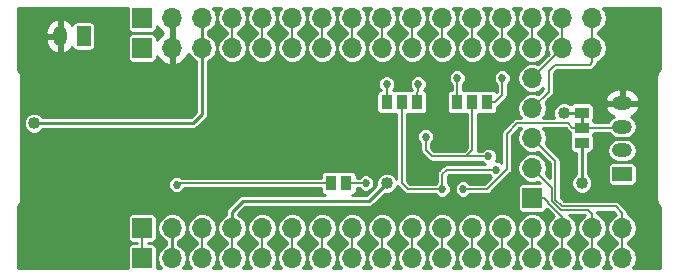
<source format=gbl>
G04 #@! TF.GenerationSoftware,KiCad,Pcbnew,(5.0.0-rc2-dev-444-g2974a2c10)*
G04 #@! TF.CreationDate,2019-11-25T15:22:12-08:00*
G04 #@! TF.ProjectId,ItsyBitsy breadboard,49747379426974737920627265616462,v02*
G04 #@! TF.SameCoordinates,Original*
G04 #@! TF.FileFunction,Copper,L2,Bot,Signal*
G04 #@! TF.FilePolarity,Positive*
%FSLAX46Y46*%
G04 Gerber Fmt 4.6, Leading zero omitted, Abs format (unit mm)*
G04 Created by KiCad (PCBNEW (5.0.0-rc2-dev-444-g2974a2c10)) date 11/25/19 15:22:12*
%MOMM*%
%LPD*%
G01*
G04 APERTURE LIST*
%ADD10O,1.700000X1.700000*%
%ADD11R,1.700000X1.700000*%
%ADD12R,1.700000X1.200000*%
%ADD13O,1.700000X1.200000*%
%ADD14R,1.200000X1.700000*%
%ADD15O,1.200000X1.700000*%
%ADD16R,0.970000X1.270000*%
%ADD17R,1.270000X0.970000*%
%ADD18C,0.685800*%
%ADD19C,1.016000*%
%ADD20C,0.152400*%
%ADD21C,0.254000*%
G04 APERTURE END LIST*
D10*
X144780000Y-102870000D03*
X144780000Y-105410000D03*
X144780000Y-107950000D03*
X144780000Y-110490000D03*
D11*
X144780000Y-113030000D03*
X111760000Y-115570000D03*
D10*
X114300000Y-115570000D03*
X116840000Y-115570000D03*
X119380000Y-115570000D03*
X121920000Y-115570000D03*
X124460000Y-115570000D03*
X127000000Y-115570000D03*
X129540000Y-115570000D03*
X132080000Y-115570000D03*
X134620000Y-115570000D03*
X137160000Y-115570000D03*
X139700000Y-115570000D03*
X142240000Y-115570000D03*
X144780000Y-115570000D03*
X147320000Y-115570000D03*
X149860000Y-115570000D03*
X152400000Y-115570000D03*
D11*
X111760000Y-100330000D03*
D10*
X114300000Y-100330000D03*
X116840000Y-100330000D03*
X119380000Y-100330000D03*
X121920000Y-100330000D03*
X124460000Y-100330000D03*
X127000000Y-100330000D03*
X129540000Y-100330000D03*
X132080000Y-100330000D03*
X134620000Y-100330000D03*
X137160000Y-100330000D03*
X139700000Y-100330000D03*
X142240000Y-100330000D03*
X144780000Y-100330000D03*
X147320000Y-100330000D03*
X149860000Y-100330000D03*
D12*
X152400000Y-110998000D03*
D13*
X152400000Y-108998000D03*
X152400000Y-106998000D03*
X152400000Y-104998000D03*
D14*
X106807000Y-99314000D03*
D15*
X104807000Y-99314000D03*
D10*
X152400000Y-118110000D03*
X149860000Y-118110000D03*
X147320000Y-118110000D03*
X144780000Y-118110000D03*
X142240000Y-118110000D03*
X139700000Y-118110000D03*
X137160000Y-118110000D03*
X134620000Y-118110000D03*
X132080000Y-118110000D03*
X129540000Y-118110000D03*
X127000000Y-118110000D03*
X124460000Y-118110000D03*
X121920000Y-118110000D03*
X119380000Y-118110000D03*
X116840000Y-118110000D03*
X114300000Y-118110000D03*
D11*
X111760000Y-118110000D03*
D10*
X149860000Y-97790000D03*
X147320000Y-97790000D03*
X144780000Y-97790000D03*
X142240000Y-97790000D03*
X139700000Y-97790000D03*
X137160000Y-97790000D03*
X134620000Y-97790000D03*
X132080000Y-97790000D03*
X129540000Y-97790000D03*
X127000000Y-97790000D03*
X124460000Y-97790000D03*
X121920000Y-97790000D03*
X119380000Y-97790000D03*
X116840000Y-97790000D03*
X114300000Y-97790000D03*
D11*
X111760000Y-97790000D03*
D16*
X135001000Y-104902000D03*
X133731000Y-104902000D03*
X132461000Y-104902000D03*
X138430000Y-104902000D03*
X139700000Y-104902000D03*
X140970000Y-104902000D03*
X129037000Y-111760000D03*
X127757000Y-111760000D03*
D17*
X148971000Y-108331000D03*
X148971000Y-107061000D03*
X148971000Y-105791000D03*
D18*
X102235000Y-102489000D03*
X141224000Y-107569000D03*
X109982000Y-116840000D03*
X115951000Y-107950000D03*
X153797000Y-99060000D03*
X153797000Y-116840000D03*
X109347000Y-97790000D03*
X148590000Y-116840000D03*
X125222000Y-107950000D03*
X151130000Y-116840000D03*
X140970000Y-113919000D03*
X102235000Y-113411000D03*
X132461000Y-103378000D03*
X138430000Y-102870000D03*
D19*
X147447000Y-105791000D03*
D18*
X138938000Y-112268000D03*
D19*
X148971000Y-111760000D03*
X132461000Y-111760000D03*
D18*
X130683000Y-111760000D03*
X135128000Y-103378000D03*
X142240000Y-102870000D03*
X137160000Y-112268000D03*
X141732000Y-110617000D03*
X114681000Y-111887000D03*
X135763000Y-107823000D03*
X141074593Y-109496407D03*
D19*
X102616000Y-106680000D03*
D20*
X137160000Y-99127919D02*
X137160000Y-97790000D01*
X137160000Y-100330000D02*
X137160000Y-99127919D01*
X132461000Y-104902000D02*
X132461000Y-103378000D01*
X139700000Y-100330000D02*
X139700000Y-97790000D01*
X138430000Y-103378000D02*
X138430000Y-102870000D01*
X138430000Y-104902000D02*
X138430000Y-103378000D01*
D21*
X114300000Y-115570000D02*
X114300000Y-118110000D01*
X148971000Y-105791000D02*
X147447000Y-105791000D01*
X147447000Y-105791000D02*
X147447000Y-105791000D01*
D20*
X152337000Y-107061000D02*
X152400000Y-106998000D01*
X148971000Y-107061000D02*
X152337000Y-107061000D01*
X138938000Y-112268000D02*
X140926822Y-112268000D01*
X148183600Y-107061000D02*
X148971000Y-107061000D01*
X142621000Y-110573822D02*
X142621000Y-107569000D01*
X142621000Y-107569000D02*
X143510000Y-106680000D01*
X143510000Y-106680000D02*
X147802600Y-106680000D01*
X140926822Y-112268000D02*
X142621000Y-110573822D01*
X147802600Y-106680000D02*
X148183600Y-107061000D01*
D21*
X148971000Y-105791000D02*
X148971000Y-107061000D01*
D20*
X116840000Y-116772081D02*
X116840000Y-118110000D01*
X116840000Y-115570000D02*
X116840000Y-116772081D01*
X119380000Y-115570000D02*
X119380000Y-118110000D01*
D21*
X148971000Y-111041580D02*
X148971000Y-108331000D01*
X148971000Y-111760000D02*
X148971000Y-111041580D01*
X119380000Y-114173000D02*
X119380000Y-115570000D01*
X120269000Y-113284000D02*
X119380000Y-114173000D01*
X132461000Y-111760000D02*
X130937000Y-113284000D01*
X130937000Y-113284000D02*
X120269000Y-113284000D01*
D20*
X121920000Y-116772081D02*
X121920000Y-118110000D01*
X121920000Y-115570000D02*
X121920000Y-116772081D01*
X124460000Y-115570000D02*
X124460000Y-118110000D01*
X127000000Y-115570000D02*
X127000000Y-118110000D01*
X129540000Y-115570000D02*
X129540000Y-118110000D01*
X132080000Y-115570000D02*
X132080000Y-118110000D01*
X134620000Y-115570000D02*
X134620000Y-118110000D01*
X137160000Y-115570000D02*
X137160000Y-118110000D01*
X139700000Y-115570000D02*
X139700000Y-118110000D01*
X142240000Y-115570000D02*
X142240000Y-118110000D01*
X144780000Y-115570000D02*
X144780000Y-118110000D01*
X130683000Y-111760000D02*
X129037000Y-111760000D01*
X147320000Y-118110000D02*
X147320000Y-115570000D01*
X145782400Y-113030000D02*
X144780000Y-113030000D01*
X146126191Y-113373791D02*
X145782400Y-113030000D01*
X146126191Y-113410257D02*
X146126191Y-113373791D01*
X147320000Y-115570000D02*
X147320000Y-114604066D01*
X147320000Y-114604066D02*
X146126191Y-113410257D01*
X149860000Y-118110000D02*
X149860000Y-115570000D01*
X146431000Y-113284000D02*
X147193000Y-114046000D01*
X146431000Y-112141000D02*
X146431000Y-113284000D01*
X149860000Y-114367919D02*
X149860000Y-115570000D01*
X149538081Y-114046000D02*
X149860000Y-114367919D01*
X147193000Y-114046000D02*
X149538081Y-114046000D01*
X144780000Y-110490000D02*
X146431000Y-112141000D01*
X152400000Y-118110000D02*
X152400000Y-115570000D01*
X152400000Y-114300000D02*
X152400000Y-115570000D01*
X151841190Y-113741190D02*
X152400000Y-114300000D01*
X147319256Y-113741190D02*
X151841190Y-113741190D01*
X146735810Y-113157744D02*
X147319256Y-113741190D01*
X144780000Y-107950000D02*
X146735810Y-109905810D01*
X146735810Y-109905810D02*
X146735810Y-113157744D01*
X149860000Y-100330000D02*
X149860000Y-97790000D01*
X146177000Y-104013000D02*
X144780000Y-105410000D01*
X146177000Y-102235000D02*
X146177000Y-104013000D01*
X146685000Y-101727000D02*
X146177000Y-102235000D01*
X149665081Y-101727000D02*
X146685000Y-101727000D01*
X149860000Y-101532081D02*
X149665081Y-101727000D01*
X149860000Y-100330000D02*
X149860000Y-101532081D01*
X147320000Y-100330000D02*
X147320000Y-97790000D01*
X144780000Y-102870000D02*
X147320000Y-100330000D01*
X144780000Y-100330000D02*
X144780000Y-97790000D01*
X135001000Y-104114600D02*
X135128000Y-103987600D01*
X135001000Y-104902000D02*
X135001000Y-104114600D01*
X135128000Y-103987600D02*
X135128000Y-103378000D01*
X142240000Y-100330000D02*
X142240000Y-97790000D01*
X141607400Y-104902000D02*
X142240000Y-104269400D01*
X140970000Y-104902000D02*
X141607400Y-104902000D01*
X142240000Y-104269400D02*
X142240000Y-103378000D01*
X142240000Y-103378000D02*
X142240000Y-102870000D01*
X134620000Y-100330000D02*
X134620000Y-97790000D01*
X132080000Y-100330000D02*
X132080000Y-97790000D01*
X129540000Y-100330000D02*
X129540000Y-97790000D01*
X127000000Y-100330000D02*
X127000000Y-97790000D01*
X124460000Y-100330000D02*
X124460000Y-97790000D01*
X121920000Y-100330000D02*
X121920000Y-97790000D01*
X119380000Y-100330000D02*
X119380000Y-97790000D01*
X111760000Y-115570000D02*
X111760000Y-118110000D01*
X134239000Y-112268000D02*
X133731000Y-111760000D01*
X137160000Y-112268000D02*
X134239000Y-112268000D01*
X133731000Y-104902000D02*
X133731000Y-111760000D01*
X138938000Y-110617000D02*
X141732000Y-110617000D01*
X137541000Y-110617000D02*
X138938000Y-110617000D01*
X137160000Y-110998000D02*
X137541000Y-110617000D01*
X137160000Y-112268000D02*
X137160000Y-110998000D01*
X114808000Y-111760000D02*
X114681000Y-111887000D01*
X127757000Y-111760000D02*
X114808000Y-111760000D01*
X135763000Y-107823000D02*
X135763000Y-108966000D01*
X135763000Y-108966000D02*
X136293407Y-109496407D01*
X139700000Y-108988407D02*
X139192000Y-109496407D01*
X139700000Y-104902000D02*
X139700000Y-108988407D01*
X136293407Y-109496407D02*
X139192000Y-109496407D01*
X139192000Y-109496407D02*
X141074593Y-109496407D01*
D21*
X116840000Y-100330000D02*
X116840000Y-97790000D01*
X116840000Y-105918000D02*
X116840000Y-100330000D01*
X102616000Y-106680000D02*
X116078000Y-106680000D01*
X116078000Y-106680000D02*
X116840000Y-105918000D01*
G36*
X143620424Y-107469688D02*
X143524884Y-107950000D01*
X143620424Y-108430312D01*
X143892499Y-108837501D01*
X144299688Y-109109576D01*
X144658761Y-109181000D01*
X144901239Y-109181000D01*
X145260312Y-109109576D01*
X145279906Y-109096484D01*
X146278610Y-110095189D01*
X146278610Y-111342032D01*
X145926484Y-110989906D01*
X145939576Y-110970312D01*
X146035116Y-110490000D01*
X145939576Y-110009688D01*
X145667501Y-109602499D01*
X145260312Y-109330424D01*
X144901239Y-109259000D01*
X144658761Y-109259000D01*
X144299688Y-109330424D01*
X143892499Y-109602499D01*
X143620424Y-110009688D01*
X143524884Y-110490000D01*
X143620424Y-110970312D01*
X143892499Y-111377501D01*
X144299688Y-111649576D01*
X144658761Y-111721000D01*
X144901239Y-111721000D01*
X145260312Y-111649576D01*
X145279906Y-111636484D01*
X145434958Y-111791536D01*
X143930000Y-111791536D01*
X143781341Y-111821106D01*
X143655314Y-111905314D01*
X143571106Y-112031341D01*
X143541536Y-112180000D01*
X143541536Y-113880000D01*
X143571106Y-114028659D01*
X143655314Y-114154686D01*
X143781341Y-114238894D01*
X143930000Y-114268464D01*
X145630000Y-114268464D01*
X145778659Y-114238894D01*
X145904686Y-114154686D01*
X145988894Y-114028659D01*
X146006998Y-113937642D01*
X146623939Y-114554583D01*
X146432499Y-114682499D01*
X146160424Y-115089688D01*
X146064884Y-115570000D01*
X146160424Y-116050312D01*
X146432499Y-116457501D01*
X146839688Y-116729576D01*
X146862801Y-116734173D01*
X146862800Y-116945827D01*
X146839688Y-116950424D01*
X146432499Y-117222499D01*
X146160424Y-117629688D01*
X146064884Y-118110000D01*
X146160424Y-118590312D01*
X146400092Y-118949000D01*
X145699908Y-118949000D01*
X145939576Y-118590312D01*
X146035116Y-118110000D01*
X145939576Y-117629688D01*
X145667501Y-117222499D01*
X145260312Y-116950424D01*
X145237200Y-116945827D01*
X145237200Y-116734173D01*
X145260312Y-116729576D01*
X145667501Y-116457501D01*
X145939576Y-116050312D01*
X146035116Y-115570000D01*
X145939576Y-115089688D01*
X145667501Y-114682499D01*
X145260312Y-114410424D01*
X144901239Y-114339000D01*
X144658761Y-114339000D01*
X144299688Y-114410424D01*
X143892499Y-114682499D01*
X143620424Y-115089688D01*
X143524884Y-115570000D01*
X143620424Y-116050312D01*
X143892499Y-116457501D01*
X144299688Y-116729576D01*
X144322800Y-116734173D01*
X144322801Y-116945827D01*
X144299688Y-116950424D01*
X143892499Y-117222499D01*
X143620424Y-117629688D01*
X143524884Y-118110000D01*
X143620424Y-118590312D01*
X143860092Y-118949000D01*
X143159908Y-118949000D01*
X143399576Y-118590312D01*
X143495116Y-118110000D01*
X143399576Y-117629688D01*
X143127501Y-117222499D01*
X142720312Y-116950424D01*
X142697200Y-116945827D01*
X142697200Y-116734173D01*
X142720312Y-116729576D01*
X143127501Y-116457501D01*
X143399576Y-116050312D01*
X143495116Y-115570000D01*
X143399576Y-115089688D01*
X143127501Y-114682499D01*
X142720312Y-114410424D01*
X142361239Y-114339000D01*
X142118761Y-114339000D01*
X141759688Y-114410424D01*
X141352499Y-114682499D01*
X141080424Y-115089688D01*
X140984884Y-115570000D01*
X141080424Y-116050312D01*
X141352499Y-116457501D01*
X141759688Y-116729576D01*
X141782800Y-116734173D01*
X141782801Y-116945827D01*
X141759688Y-116950424D01*
X141352499Y-117222499D01*
X141080424Y-117629688D01*
X140984884Y-118110000D01*
X141080424Y-118590312D01*
X141320092Y-118949000D01*
X140619908Y-118949000D01*
X140859576Y-118590312D01*
X140955116Y-118110000D01*
X140859576Y-117629688D01*
X140587501Y-117222499D01*
X140180312Y-116950424D01*
X140157200Y-116945827D01*
X140157200Y-116734173D01*
X140180312Y-116729576D01*
X140587501Y-116457501D01*
X140859576Y-116050312D01*
X140955116Y-115570000D01*
X140859576Y-115089688D01*
X140587501Y-114682499D01*
X140180312Y-114410424D01*
X139821239Y-114339000D01*
X139578761Y-114339000D01*
X139219688Y-114410424D01*
X138812499Y-114682499D01*
X138540424Y-115089688D01*
X138444884Y-115570000D01*
X138540424Y-116050312D01*
X138812499Y-116457501D01*
X139219688Y-116729576D01*
X139242800Y-116734173D01*
X139242801Y-116945827D01*
X139219688Y-116950424D01*
X138812499Y-117222499D01*
X138540424Y-117629688D01*
X138444884Y-118110000D01*
X138540424Y-118590312D01*
X138780092Y-118949000D01*
X138079908Y-118949000D01*
X138319576Y-118590312D01*
X138415116Y-118110000D01*
X138319576Y-117629688D01*
X138047501Y-117222499D01*
X137640312Y-116950424D01*
X137617200Y-116945827D01*
X137617200Y-116734173D01*
X137640312Y-116729576D01*
X138047501Y-116457501D01*
X138319576Y-116050312D01*
X138415116Y-115570000D01*
X138319576Y-115089688D01*
X138047501Y-114682499D01*
X137640312Y-114410424D01*
X137281239Y-114339000D01*
X137038761Y-114339000D01*
X136679688Y-114410424D01*
X136272499Y-114682499D01*
X136000424Y-115089688D01*
X135904884Y-115570000D01*
X136000424Y-116050312D01*
X136272499Y-116457501D01*
X136679688Y-116729576D01*
X136702800Y-116734173D01*
X136702801Y-116945827D01*
X136679688Y-116950424D01*
X136272499Y-117222499D01*
X136000424Y-117629688D01*
X135904884Y-118110000D01*
X136000424Y-118590312D01*
X136240092Y-118949000D01*
X135539908Y-118949000D01*
X135779576Y-118590312D01*
X135875116Y-118110000D01*
X135779576Y-117629688D01*
X135507501Y-117222499D01*
X135100312Y-116950424D01*
X135077200Y-116945827D01*
X135077200Y-116734173D01*
X135100312Y-116729576D01*
X135507501Y-116457501D01*
X135779576Y-116050312D01*
X135875116Y-115570000D01*
X135779576Y-115089688D01*
X135507501Y-114682499D01*
X135100312Y-114410424D01*
X134741239Y-114339000D01*
X134498761Y-114339000D01*
X134139688Y-114410424D01*
X133732499Y-114682499D01*
X133460424Y-115089688D01*
X133364884Y-115570000D01*
X133460424Y-116050312D01*
X133732499Y-116457501D01*
X134139688Y-116729576D01*
X134162800Y-116734173D01*
X134162801Y-116945827D01*
X134139688Y-116950424D01*
X133732499Y-117222499D01*
X133460424Y-117629688D01*
X133364884Y-118110000D01*
X133460424Y-118590312D01*
X133700092Y-118949000D01*
X132999908Y-118949000D01*
X133239576Y-118590312D01*
X133335116Y-118110000D01*
X133239576Y-117629688D01*
X132967501Y-117222499D01*
X132560312Y-116950424D01*
X132537200Y-116945827D01*
X132537200Y-116734173D01*
X132560312Y-116729576D01*
X132967501Y-116457501D01*
X133239576Y-116050312D01*
X133335116Y-115570000D01*
X133239576Y-115089688D01*
X132967501Y-114682499D01*
X132560312Y-114410424D01*
X132201239Y-114339000D01*
X131958761Y-114339000D01*
X131599688Y-114410424D01*
X131192499Y-114682499D01*
X130920424Y-115089688D01*
X130824884Y-115570000D01*
X130920424Y-116050312D01*
X131192499Y-116457501D01*
X131599688Y-116729576D01*
X131622800Y-116734173D01*
X131622801Y-116945827D01*
X131599688Y-116950424D01*
X131192499Y-117222499D01*
X130920424Y-117629688D01*
X130824884Y-118110000D01*
X130920424Y-118590312D01*
X131160092Y-118949000D01*
X130459908Y-118949000D01*
X130699576Y-118590312D01*
X130795116Y-118110000D01*
X130699576Y-117629688D01*
X130427501Y-117222499D01*
X130020312Y-116950424D01*
X129997200Y-116945827D01*
X129997200Y-116734173D01*
X130020312Y-116729576D01*
X130427501Y-116457501D01*
X130699576Y-116050312D01*
X130795116Y-115570000D01*
X130699576Y-115089688D01*
X130427501Y-114682499D01*
X130020312Y-114410424D01*
X129661239Y-114339000D01*
X129418761Y-114339000D01*
X129059688Y-114410424D01*
X128652499Y-114682499D01*
X128380424Y-115089688D01*
X128284884Y-115570000D01*
X128380424Y-116050312D01*
X128652499Y-116457501D01*
X129059688Y-116729576D01*
X129082800Y-116734173D01*
X129082801Y-116945827D01*
X129059688Y-116950424D01*
X128652499Y-117222499D01*
X128380424Y-117629688D01*
X128284884Y-118110000D01*
X128380424Y-118590312D01*
X128620092Y-118949000D01*
X127919908Y-118949000D01*
X128159576Y-118590312D01*
X128255116Y-118110000D01*
X128159576Y-117629688D01*
X127887501Y-117222499D01*
X127480312Y-116950424D01*
X127457200Y-116945827D01*
X127457200Y-116734173D01*
X127480312Y-116729576D01*
X127887501Y-116457501D01*
X128159576Y-116050312D01*
X128255116Y-115570000D01*
X128159576Y-115089688D01*
X127887501Y-114682499D01*
X127480312Y-114410424D01*
X127121239Y-114339000D01*
X126878761Y-114339000D01*
X126519688Y-114410424D01*
X126112499Y-114682499D01*
X125840424Y-115089688D01*
X125744884Y-115570000D01*
X125840424Y-116050312D01*
X126112499Y-116457501D01*
X126519688Y-116729576D01*
X126542800Y-116734173D01*
X126542801Y-116945827D01*
X126519688Y-116950424D01*
X126112499Y-117222499D01*
X125840424Y-117629688D01*
X125744884Y-118110000D01*
X125840424Y-118590312D01*
X126080092Y-118949000D01*
X125379908Y-118949000D01*
X125619576Y-118590312D01*
X125715116Y-118110000D01*
X125619576Y-117629688D01*
X125347501Y-117222499D01*
X124940312Y-116950424D01*
X124917200Y-116945827D01*
X124917200Y-116734173D01*
X124940312Y-116729576D01*
X125347501Y-116457501D01*
X125619576Y-116050312D01*
X125715116Y-115570000D01*
X125619576Y-115089688D01*
X125347501Y-114682499D01*
X124940312Y-114410424D01*
X124581239Y-114339000D01*
X124338761Y-114339000D01*
X123979688Y-114410424D01*
X123572499Y-114682499D01*
X123300424Y-115089688D01*
X123204884Y-115570000D01*
X123300424Y-116050312D01*
X123572499Y-116457501D01*
X123979688Y-116729576D01*
X124002800Y-116734173D01*
X124002801Y-116945827D01*
X123979688Y-116950424D01*
X123572499Y-117222499D01*
X123300424Y-117629688D01*
X123204884Y-118110000D01*
X123300424Y-118590312D01*
X123540092Y-118949000D01*
X122839908Y-118949000D01*
X123079576Y-118590312D01*
X123175116Y-118110000D01*
X123079576Y-117629688D01*
X122807501Y-117222499D01*
X122400312Y-116950424D01*
X122377200Y-116945827D01*
X122377200Y-116734173D01*
X122400312Y-116729576D01*
X122807501Y-116457501D01*
X123079576Y-116050312D01*
X123175116Y-115570000D01*
X123079576Y-115089688D01*
X122807501Y-114682499D01*
X122400312Y-114410424D01*
X122041239Y-114339000D01*
X121798761Y-114339000D01*
X121439688Y-114410424D01*
X121032499Y-114682499D01*
X120760424Y-115089688D01*
X120664884Y-115570000D01*
X120760424Y-116050312D01*
X121032499Y-116457501D01*
X121439688Y-116729576D01*
X121462800Y-116734173D01*
X121462800Y-116945827D01*
X121439688Y-116950424D01*
X121032499Y-117222499D01*
X120760424Y-117629688D01*
X120664884Y-118110000D01*
X120760424Y-118590312D01*
X121000092Y-118949000D01*
X120299908Y-118949000D01*
X120539576Y-118590312D01*
X120635116Y-118110000D01*
X120539576Y-117629688D01*
X120267501Y-117222499D01*
X119860312Y-116950424D01*
X119837200Y-116945827D01*
X119837200Y-116734173D01*
X119860312Y-116729576D01*
X120267501Y-116457501D01*
X120539576Y-116050312D01*
X120635116Y-115570000D01*
X120539576Y-115089688D01*
X120267501Y-114682499D01*
X119888000Y-114428925D01*
X119888000Y-114383420D01*
X120479421Y-113792000D01*
X130886972Y-113792000D01*
X130937000Y-113801951D01*
X130987028Y-113792000D01*
X130987032Y-113792000D01*
X131135212Y-113762525D01*
X131303247Y-113650247D01*
X131331588Y-113607832D01*
X132290420Y-112649000D01*
X132637833Y-112649000D01*
X132964578Y-112513658D01*
X133214658Y-112263578D01*
X133330593Y-111983686D01*
X133362435Y-112031341D01*
X133401378Y-112089623D01*
X133439552Y-112115130D01*
X133883868Y-112559446D01*
X133909377Y-112597623D01*
X134060609Y-112698673D01*
X134193970Y-112725200D01*
X134193974Y-112725200D01*
X134238999Y-112734156D01*
X134284024Y-112725200D01*
X136593451Y-112725200D01*
X136749944Y-112881693D01*
X137016007Y-112991900D01*
X137303993Y-112991900D01*
X137570056Y-112881693D01*
X137773693Y-112678056D01*
X137883900Y-112411993D01*
X137883900Y-112124007D01*
X137773693Y-111857944D01*
X137617200Y-111701451D01*
X137617200Y-111187378D01*
X137730378Y-111074200D01*
X141165451Y-111074200D01*
X141319748Y-111228497D01*
X140737444Y-111810800D01*
X139504549Y-111810800D01*
X139348056Y-111654307D01*
X139081993Y-111544100D01*
X138794007Y-111544100D01*
X138527944Y-111654307D01*
X138324307Y-111857944D01*
X138214100Y-112124007D01*
X138214100Y-112411993D01*
X138324307Y-112678056D01*
X138527944Y-112881693D01*
X138794007Y-112991900D01*
X139081993Y-112991900D01*
X139348056Y-112881693D01*
X139504549Y-112725200D01*
X140881792Y-112725200D01*
X140926822Y-112734157D01*
X140971852Y-112725200D01*
X141105213Y-112698673D01*
X141256445Y-112597623D01*
X141281954Y-112559446D01*
X142912446Y-110928954D01*
X142950623Y-110903445D01*
X143051673Y-110752213D01*
X143078200Y-110618852D01*
X143078200Y-110618851D01*
X143087157Y-110573822D01*
X143078200Y-110528792D01*
X143078200Y-107758378D01*
X143699379Y-107137200D01*
X143842585Y-107137200D01*
X143620424Y-107469688D01*
X143620424Y-107469688D01*
G37*
X143620424Y-107469688D02*
X143524884Y-107950000D01*
X143620424Y-108430312D01*
X143892499Y-108837501D01*
X144299688Y-109109576D01*
X144658761Y-109181000D01*
X144901239Y-109181000D01*
X145260312Y-109109576D01*
X145279906Y-109096484D01*
X146278610Y-110095189D01*
X146278610Y-111342032D01*
X145926484Y-110989906D01*
X145939576Y-110970312D01*
X146035116Y-110490000D01*
X145939576Y-110009688D01*
X145667501Y-109602499D01*
X145260312Y-109330424D01*
X144901239Y-109259000D01*
X144658761Y-109259000D01*
X144299688Y-109330424D01*
X143892499Y-109602499D01*
X143620424Y-110009688D01*
X143524884Y-110490000D01*
X143620424Y-110970312D01*
X143892499Y-111377501D01*
X144299688Y-111649576D01*
X144658761Y-111721000D01*
X144901239Y-111721000D01*
X145260312Y-111649576D01*
X145279906Y-111636484D01*
X145434958Y-111791536D01*
X143930000Y-111791536D01*
X143781341Y-111821106D01*
X143655314Y-111905314D01*
X143571106Y-112031341D01*
X143541536Y-112180000D01*
X143541536Y-113880000D01*
X143571106Y-114028659D01*
X143655314Y-114154686D01*
X143781341Y-114238894D01*
X143930000Y-114268464D01*
X145630000Y-114268464D01*
X145778659Y-114238894D01*
X145904686Y-114154686D01*
X145988894Y-114028659D01*
X146006998Y-113937642D01*
X146623939Y-114554583D01*
X146432499Y-114682499D01*
X146160424Y-115089688D01*
X146064884Y-115570000D01*
X146160424Y-116050312D01*
X146432499Y-116457501D01*
X146839688Y-116729576D01*
X146862801Y-116734173D01*
X146862800Y-116945827D01*
X146839688Y-116950424D01*
X146432499Y-117222499D01*
X146160424Y-117629688D01*
X146064884Y-118110000D01*
X146160424Y-118590312D01*
X146400092Y-118949000D01*
X145699908Y-118949000D01*
X145939576Y-118590312D01*
X146035116Y-118110000D01*
X145939576Y-117629688D01*
X145667501Y-117222499D01*
X145260312Y-116950424D01*
X145237200Y-116945827D01*
X145237200Y-116734173D01*
X145260312Y-116729576D01*
X145667501Y-116457501D01*
X145939576Y-116050312D01*
X146035116Y-115570000D01*
X145939576Y-115089688D01*
X145667501Y-114682499D01*
X145260312Y-114410424D01*
X144901239Y-114339000D01*
X144658761Y-114339000D01*
X144299688Y-114410424D01*
X143892499Y-114682499D01*
X143620424Y-115089688D01*
X143524884Y-115570000D01*
X143620424Y-116050312D01*
X143892499Y-116457501D01*
X144299688Y-116729576D01*
X144322800Y-116734173D01*
X144322801Y-116945827D01*
X144299688Y-116950424D01*
X143892499Y-117222499D01*
X143620424Y-117629688D01*
X143524884Y-118110000D01*
X143620424Y-118590312D01*
X143860092Y-118949000D01*
X143159908Y-118949000D01*
X143399576Y-118590312D01*
X143495116Y-118110000D01*
X143399576Y-117629688D01*
X143127501Y-117222499D01*
X142720312Y-116950424D01*
X142697200Y-116945827D01*
X142697200Y-116734173D01*
X142720312Y-116729576D01*
X143127501Y-116457501D01*
X143399576Y-116050312D01*
X143495116Y-115570000D01*
X143399576Y-115089688D01*
X143127501Y-114682499D01*
X142720312Y-114410424D01*
X142361239Y-114339000D01*
X142118761Y-114339000D01*
X141759688Y-114410424D01*
X141352499Y-114682499D01*
X141080424Y-115089688D01*
X140984884Y-115570000D01*
X141080424Y-116050312D01*
X141352499Y-116457501D01*
X141759688Y-116729576D01*
X141782800Y-116734173D01*
X141782801Y-116945827D01*
X141759688Y-116950424D01*
X141352499Y-117222499D01*
X141080424Y-117629688D01*
X140984884Y-118110000D01*
X141080424Y-118590312D01*
X141320092Y-118949000D01*
X140619908Y-118949000D01*
X140859576Y-118590312D01*
X140955116Y-118110000D01*
X140859576Y-117629688D01*
X140587501Y-117222499D01*
X140180312Y-116950424D01*
X140157200Y-116945827D01*
X140157200Y-116734173D01*
X140180312Y-116729576D01*
X140587501Y-116457501D01*
X140859576Y-116050312D01*
X140955116Y-115570000D01*
X140859576Y-115089688D01*
X140587501Y-114682499D01*
X140180312Y-114410424D01*
X139821239Y-114339000D01*
X139578761Y-114339000D01*
X139219688Y-114410424D01*
X138812499Y-114682499D01*
X138540424Y-115089688D01*
X138444884Y-115570000D01*
X138540424Y-116050312D01*
X138812499Y-116457501D01*
X139219688Y-116729576D01*
X139242800Y-116734173D01*
X139242801Y-116945827D01*
X139219688Y-116950424D01*
X138812499Y-117222499D01*
X138540424Y-117629688D01*
X138444884Y-118110000D01*
X138540424Y-118590312D01*
X138780092Y-118949000D01*
X138079908Y-118949000D01*
X138319576Y-118590312D01*
X138415116Y-118110000D01*
X138319576Y-117629688D01*
X138047501Y-117222499D01*
X137640312Y-116950424D01*
X137617200Y-116945827D01*
X137617200Y-116734173D01*
X137640312Y-116729576D01*
X138047501Y-116457501D01*
X138319576Y-116050312D01*
X138415116Y-115570000D01*
X138319576Y-115089688D01*
X138047501Y-114682499D01*
X137640312Y-114410424D01*
X137281239Y-114339000D01*
X137038761Y-114339000D01*
X136679688Y-114410424D01*
X136272499Y-114682499D01*
X136000424Y-115089688D01*
X135904884Y-115570000D01*
X136000424Y-116050312D01*
X136272499Y-116457501D01*
X136679688Y-116729576D01*
X136702800Y-116734173D01*
X136702801Y-116945827D01*
X136679688Y-116950424D01*
X136272499Y-117222499D01*
X136000424Y-117629688D01*
X135904884Y-118110000D01*
X136000424Y-118590312D01*
X136240092Y-118949000D01*
X135539908Y-118949000D01*
X135779576Y-118590312D01*
X135875116Y-118110000D01*
X135779576Y-117629688D01*
X135507501Y-117222499D01*
X135100312Y-116950424D01*
X135077200Y-116945827D01*
X135077200Y-116734173D01*
X135100312Y-116729576D01*
X135507501Y-116457501D01*
X135779576Y-116050312D01*
X135875116Y-115570000D01*
X135779576Y-115089688D01*
X135507501Y-114682499D01*
X135100312Y-114410424D01*
X134741239Y-114339000D01*
X134498761Y-114339000D01*
X134139688Y-114410424D01*
X133732499Y-114682499D01*
X133460424Y-115089688D01*
X133364884Y-115570000D01*
X133460424Y-116050312D01*
X133732499Y-116457501D01*
X134139688Y-116729576D01*
X134162800Y-116734173D01*
X134162801Y-116945827D01*
X134139688Y-116950424D01*
X133732499Y-117222499D01*
X133460424Y-117629688D01*
X133364884Y-118110000D01*
X133460424Y-118590312D01*
X133700092Y-118949000D01*
X132999908Y-118949000D01*
X133239576Y-118590312D01*
X133335116Y-118110000D01*
X133239576Y-117629688D01*
X132967501Y-117222499D01*
X132560312Y-116950424D01*
X132537200Y-116945827D01*
X132537200Y-116734173D01*
X132560312Y-116729576D01*
X132967501Y-116457501D01*
X133239576Y-116050312D01*
X133335116Y-115570000D01*
X133239576Y-115089688D01*
X132967501Y-114682499D01*
X132560312Y-114410424D01*
X132201239Y-114339000D01*
X131958761Y-114339000D01*
X131599688Y-114410424D01*
X131192499Y-114682499D01*
X130920424Y-115089688D01*
X130824884Y-115570000D01*
X130920424Y-116050312D01*
X131192499Y-116457501D01*
X131599688Y-116729576D01*
X131622800Y-116734173D01*
X131622801Y-116945827D01*
X131599688Y-116950424D01*
X131192499Y-117222499D01*
X130920424Y-117629688D01*
X130824884Y-118110000D01*
X130920424Y-118590312D01*
X131160092Y-118949000D01*
X130459908Y-118949000D01*
X130699576Y-118590312D01*
X130795116Y-118110000D01*
X130699576Y-117629688D01*
X130427501Y-117222499D01*
X130020312Y-116950424D01*
X129997200Y-116945827D01*
X129997200Y-116734173D01*
X130020312Y-116729576D01*
X130427501Y-116457501D01*
X130699576Y-116050312D01*
X130795116Y-115570000D01*
X130699576Y-115089688D01*
X130427501Y-114682499D01*
X130020312Y-114410424D01*
X129661239Y-114339000D01*
X129418761Y-114339000D01*
X129059688Y-114410424D01*
X128652499Y-114682499D01*
X128380424Y-115089688D01*
X128284884Y-115570000D01*
X128380424Y-116050312D01*
X128652499Y-116457501D01*
X129059688Y-116729576D01*
X129082800Y-116734173D01*
X129082801Y-116945827D01*
X129059688Y-116950424D01*
X128652499Y-117222499D01*
X128380424Y-117629688D01*
X128284884Y-118110000D01*
X128380424Y-118590312D01*
X128620092Y-118949000D01*
X127919908Y-118949000D01*
X128159576Y-118590312D01*
X128255116Y-118110000D01*
X128159576Y-117629688D01*
X127887501Y-117222499D01*
X127480312Y-116950424D01*
X127457200Y-116945827D01*
X127457200Y-116734173D01*
X127480312Y-116729576D01*
X127887501Y-116457501D01*
X128159576Y-116050312D01*
X128255116Y-115570000D01*
X128159576Y-115089688D01*
X127887501Y-114682499D01*
X127480312Y-114410424D01*
X127121239Y-114339000D01*
X126878761Y-114339000D01*
X126519688Y-114410424D01*
X126112499Y-114682499D01*
X125840424Y-115089688D01*
X125744884Y-115570000D01*
X125840424Y-116050312D01*
X126112499Y-116457501D01*
X126519688Y-116729576D01*
X126542800Y-116734173D01*
X126542801Y-116945827D01*
X126519688Y-116950424D01*
X126112499Y-117222499D01*
X125840424Y-117629688D01*
X125744884Y-118110000D01*
X125840424Y-118590312D01*
X126080092Y-118949000D01*
X125379908Y-118949000D01*
X125619576Y-118590312D01*
X125715116Y-118110000D01*
X125619576Y-117629688D01*
X125347501Y-117222499D01*
X124940312Y-116950424D01*
X124917200Y-116945827D01*
X124917200Y-116734173D01*
X124940312Y-116729576D01*
X125347501Y-116457501D01*
X125619576Y-116050312D01*
X125715116Y-115570000D01*
X125619576Y-115089688D01*
X125347501Y-114682499D01*
X124940312Y-114410424D01*
X124581239Y-114339000D01*
X124338761Y-114339000D01*
X123979688Y-114410424D01*
X123572499Y-114682499D01*
X123300424Y-115089688D01*
X123204884Y-115570000D01*
X123300424Y-116050312D01*
X123572499Y-116457501D01*
X123979688Y-116729576D01*
X124002800Y-116734173D01*
X124002801Y-116945827D01*
X123979688Y-116950424D01*
X123572499Y-117222499D01*
X123300424Y-117629688D01*
X123204884Y-118110000D01*
X123300424Y-118590312D01*
X123540092Y-118949000D01*
X122839908Y-118949000D01*
X123079576Y-118590312D01*
X123175116Y-118110000D01*
X123079576Y-117629688D01*
X122807501Y-117222499D01*
X122400312Y-116950424D01*
X122377200Y-116945827D01*
X122377200Y-116734173D01*
X122400312Y-116729576D01*
X122807501Y-116457501D01*
X123079576Y-116050312D01*
X123175116Y-115570000D01*
X123079576Y-115089688D01*
X122807501Y-114682499D01*
X122400312Y-114410424D01*
X122041239Y-114339000D01*
X121798761Y-114339000D01*
X121439688Y-114410424D01*
X121032499Y-114682499D01*
X120760424Y-115089688D01*
X120664884Y-115570000D01*
X120760424Y-116050312D01*
X121032499Y-116457501D01*
X121439688Y-116729576D01*
X121462800Y-116734173D01*
X121462800Y-116945827D01*
X121439688Y-116950424D01*
X121032499Y-117222499D01*
X120760424Y-117629688D01*
X120664884Y-118110000D01*
X120760424Y-118590312D01*
X121000092Y-118949000D01*
X120299908Y-118949000D01*
X120539576Y-118590312D01*
X120635116Y-118110000D01*
X120539576Y-117629688D01*
X120267501Y-117222499D01*
X119860312Y-116950424D01*
X119837200Y-116945827D01*
X119837200Y-116734173D01*
X119860312Y-116729576D01*
X120267501Y-116457501D01*
X120539576Y-116050312D01*
X120635116Y-115570000D01*
X120539576Y-115089688D01*
X120267501Y-114682499D01*
X119888000Y-114428925D01*
X119888000Y-114383420D01*
X120479421Y-113792000D01*
X130886972Y-113792000D01*
X130937000Y-113801951D01*
X130987028Y-113792000D01*
X130987032Y-113792000D01*
X131135212Y-113762525D01*
X131303247Y-113650247D01*
X131331588Y-113607832D01*
X132290420Y-112649000D01*
X132637833Y-112649000D01*
X132964578Y-112513658D01*
X133214658Y-112263578D01*
X133330593Y-111983686D01*
X133362435Y-112031341D01*
X133401378Y-112089623D01*
X133439552Y-112115130D01*
X133883868Y-112559446D01*
X133909377Y-112597623D01*
X134060609Y-112698673D01*
X134193970Y-112725200D01*
X134193974Y-112725200D01*
X134238999Y-112734156D01*
X134284024Y-112725200D01*
X136593451Y-112725200D01*
X136749944Y-112881693D01*
X137016007Y-112991900D01*
X137303993Y-112991900D01*
X137570056Y-112881693D01*
X137773693Y-112678056D01*
X137883900Y-112411993D01*
X137883900Y-112124007D01*
X137773693Y-111857944D01*
X137617200Y-111701451D01*
X137617200Y-111187378D01*
X137730378Y-111074200D01*
X141165451Y-111074200D01*
X141319748Y-111228497D01*
X140737444Y-111810800D01*
X139504549Y-111810800D01*
X139348056Y-111654307D01*
X139081993Y-111544100D01*
X138794007Y-111544100D01*
X138527944Y-111654307D01*
X138324307Y-111857944D01*
X138214100Y-112124007D01*
X138214100Y-112411993D01*
X138324307Y-112678056D01*
X138527944Y-112881693D01*
X138794007Y-112991900D01*
X139081993Y-112991900D01*
X139348056Y-112881693D01*
X139504549Y-112725200D01*
X140881792Y-112725200D01*
X140926822Y-112734157D01*
X140971852Y-112725200D01*
X141105213Y-112698673D01*
X141256445Y-112597623D01*
X141281954Y-112559446D01*
X142912446Y-110928954D01*
X142950623Y-110903445D01*
X143051673Y-110752213D01*
X143078200Y-110618852D01*
X143078200Y-110618851D01*
X143087157Y-110573822D01*
X143078200Y-110528792D01*
X143078200Y-107758378D01*
X143699379Y-107137200D01*
X143842585Y-107137200D01*
X143620424Y-107469688D01*
G36*
X151886213Y-114432791D02*
X151512499Y-114682499D01*
X151240424Y-115089688D01*
X151144884Y-115570000D01*
X151240424Y-116050312D01*
X151512499Y-116457501D01*
X151919688Y-116729576D01*
X151942801Y-116734173D01*
X151942800Y-116945827D01*
X151919688Y-116950424D01*
X151512499Y-117222499D01*
X151240424Y-117629688D01*
X151144884Y-118110000D01*
X151240424Y-118590312D01*
X151480092Y-118949000D01*
X150779908Y-118949000D01*
X151019576Y-118590312D01*
X151115116Y-118110000D01*
X151019576Y-117629688D01*
X150747501Y-117222499D01*
X150340312Y-116950424D01*
X150317200Y-116945827D01*
X150317200Y-116734173D01*
X150340312Y-116729576D01*
X150747501Y-116457501D01*
X151019576Y-116050312D01*
X151115116Y-115570000D01*
X151019576Y-115089688D01*
X150747501Y-114682499D01*
X150340312Y-114410424D01*
X150318563Y-114406098D01*
X150326157Y-114367918D01*
X150292436Y-114198390D01*
X151651812Y-114198390D01*
X151886213Y-114432791D01*
X151886213Y-114432791D01*
G37*
X151886213Y-114432791D02*
X151512499Y-114682499D01*
X151240424Y-115089688D01*
X151144884Y-115570000D01*
X151240424Y-116050312D01*
X151512499Y-116457501D01*
X151919688Y-116729576D01*
X151942801Y-116734173D01*
X151942800Y-116945827D01*
X151919688Y-116950424D01*
X151512499Y-117222499D01*
X151240424Y-117629688D01*
X151144884Y-118110000D01*
X151240424Y-118590312D01*
X151480092Y-118949000D01*
X150779908Y-118949000D01*
X151019576Y-118590312D01*
X151115116Y-118110000D01*
X151019576Y-117629688D01*
X150747501Y-117222499D01*
X150340312Y-116950424D01*
X150317200Y-116945827D01*
X150317200Y-116734173D01*
X150340312Y-116729576D01*
X150747501Y-116457501D01*
X151019576Y-116050312D01*
X151115116Y-115570000D01*
X151019576Y-115089688D01*
X150747501Y-114682499D01*
X150340312Y-114410424D01*
X150318563Y-114406098D01*
X150326157Y-114367918D01*
X150292436Y-114198390D01*
X151651812Y-114198390D01*
X151886213Y-114432791D01*
G36*
X148972499Y-114682499D02*
X148700424Y-115089688D01*
X148604884Y-115570000D01*
X148700424Y-116050312D01*
X148972499Y-116457501D01*
X149379688Y-116729576D01*
X149402801Y-116734173D01*
X149402800Y-116945827D01*
X149379688Y-116950424D01*
X148972499Y-117222499D01*
X148700424Y-117629688D01*
X148604884Y-118110000D01*
X148700424Y-118590312D01*
X148940092Y-118949000D01*
X148239908Y-118949000D01*
X148479576Y-118590312D01*
X148575116Y-118110000D01*
X148479576Y-117629688D01*
X148207501Y-117222499D01*
X147800312Y-116950424D01*
X147777200Y-116945827D01*
X147777200Y-116734173D01*
X147800312Y-116729576D01*
X148207501Y-116457501D01*
X148479576Y-116050312D01*
X148575116Y-115570000D01*
X148479576Y-115089688D01*
X148207501Y-114682499D01*
X147939161Y-114503200D01*
X149240839Y-114503200D01*
X148972499Y-114682499D01*
X148972499Y-114682499D01*
G37*
X148972499Y-114682499D02*
X148700424Y-115089688D01*
X148604884Y-115570000D01*
X148700424Y-116050312D01*
X148972499Y-116457501D01*
X149379688Y-116729576D01*
X149402801Y-116734173D01*
X149402800Y-116945827D01*
X149379688Y-116950424D01*
X148972499Y-117222499D01*
X148700424Y-117629688D01*
X148604884Y-118110000D01*
X148700424Y-118590312D01*
X148940092Y-118949000D01*
X148239908Y-118949000D01*
X148479576Y-118590312D01*
X148575116Y-118110000D01*
X148479576Y-117629688D01*
X148207501Y-117222499D01*
X147800312Y-116950424D01*
X147777200Y-116945827D01*
X147777200Y-116734173D01*
X147800312Y-116729576D01*
X148207501Y-116457501D01*
X148479576Y-116050312D01*
X148575116Y-115570000D01*
X148479576Y-115089688D01*
X148207501Y-114682499D01*
X147939161Y-114503200D01*
X149240839Y-114503200D01*
X148972499Y-114682499D01*
G36*
X110521536Y-98640000D02*
X110551106Y-98788659D01*
X110635314Y-98914686D01*
X110761341Y-98998894D01*
X110910000Y-99028464D01*
X112610000Y-99028464D01*
X112758659Y-98998894D01*
X112884686Y-98914686D01*
X112968894Y-98788659D01*
X112998464Y-98640000D01*
X112998464Y-98444895D01*
X113104817Y-98671358D01*
X113531271Y-99060000D01*
X113104817Y-99448642D01*
X112998464Y-99675105D01*
X112998464Y-99480000D01*
X112968894Y-99331341D01*
X112884686Y-99205314D01*
X112758659Y-99121106D01*
X112610000Y-99091536D01*
X110910000Y-99091536D01*
X110761341Y-99121106D01*
X110635314Y-99205314D01*
X110551106Y-99331341D01*
X110521536Y-99480000D01*
X110521536Y-101180000D01*
X110551106Y-101328659D01*
X110635314Y-101454686D01*
X110761341Y-101538894D01*
X110910000Y-101568464D01*
X112610000Y-101568464D01*
X112758659Y-101538894D01*
X112884686Y-101454686D01*
X112968894Y-101328659D01*
X112998464Y-101180000D01*
X112998464Y-100984895D01*
X113104817Y-101211358D01*
X113533076Y-101601645D01*
X113943110Y-101771476D01*
X114173000Y-101650155D01*
X114173000Y-100457000D01*
X114153000Y-100457000D01*
X114153000Y-100203000D01*
X114173000Y-100203000D01*
X114173000Y-97917000D01*
X114153000Y-97917000D01*
X114153000Y-97663000D01*
X114173000Y-97663000D01*
X114173000Y-97643000D01*
X114427000Y-97643000D01*
X114427000Y-97663000D01*
X114447000Y-97663000D01*
X114447000Y-97917000D01*
X114427000Y-97917000D01*
X114427000Y-100203000D01*
X114447000Y-100203000D01*
X114447000Y-100457000D01*
X114427000Y-100457000D01*
X114427000Y-101650155D01*
X114656890Y-101771476D01*
X115066924Y-101601645D01*
X115495183Y-101211358D01*
X115682245Y-100813037D01*
X115952499Y-101217501D01*
X116332001Y-101471076D01*
X116332000Y-105707579D01*
X115867580Y-106172000D01*
X103365236Y-106172000D01*
X103119578Y-105926342D01*
X102792833Y-105791000D01*
X102439167Y-105791000D01*
X102112422Y-105926342D01*
X101862342Y-106176422D01*
X101727000Y-106503167D01*
X101727000Y-106856833D01*
X101862342Y-107183578D01*
X102112422Y-107433658D01*
X102439167Y-107569000D01*
X102792833Y-107569000D01*
X103119578Y-107433658D01*
X103365236Y-107188000D01*
X116027972Y-107188000D01*
X116078000Y-107197951D01*
X116128028Y-107188000D01*
X116128032Y-107188000D01*
X116276212Y-107158525D01*
X116444247Y-107046247D01*
X116472588Y-107003832D01*
X117163835Y-106312585D01*
X117206247Y-106284247D01*
X117234586Y-106241835D01*
X117234588Y-106241833D01*
X117318525Y-106116212D01*
X117325619Y-106080547D01*
X117348000Y-105968032D01*
X117348000Y-105968028D01*
X117357951Y-105918000D01*
X117348000Y-105867972D01*
X117348000Y-101471075D01*
X117727501Y-101217501D01*
X117999576Y-100810312D01*
X118095116Y-100330000D01*
X117999576Y-99849688D01*
X117727501Y-99442499D01*
X117348000Y-99188925D01*
X117348000Y-98931075D01*
X117727501Y-98677501D01*
X117999576Y-98270312D01*
X118095116Y-97790000D01*
X117999576Y-97309688D01*
X117759908Y-96951000D01*
X118460092Y-96951000D01*
X118220424Y-97309688D01*
X118124884Y-97790000D01*
X118220424Y-98270312D01*
X118492499Y-98677501D01*
X118899688Y-98949576D01*
X118922801Y-98954173D01*
X118922800Y-99165827D01*
X118899688Y-99170424D01*
X118492499Y-99442499D01*
X118220424Y-99849688D01*
X118124884Y-100330000D01*
X118220424Y-100810312D01*
X118492499Y-101217501D01*
X118899688Y-101489576D01*
X119258761Y-101561000D01*
X119501239Y-101561000D01*
X119860312Y-101489576D01*
X120267501Y-101217501D01*
X120539576Y-100810312D01*
X120635116Y-100330000D01*
X120539576Y-99849688D01*
X120267501Y-99442499D01*
X119860312Y-99170424D01*
X119837200Y-99165827D01*
X119837200Y-98954173D01*
X119860312Y-98949576D01*
X120267501Y-98677501D01*
X120539576Y-98270312D01*
X120635116Y-97790000D01*
X120539576Y-97309688D01*
X120299908Y-96951000D01*
X121000092Y-96951000D01*
X120760424Y-97309688D01*
X120664884Y-97790000D01*
X120760424Y-98270312D01*
X121032499Y-98677501D01*
X121439688Y-98949576D01*
X121462801Y-98954173D01*
X121462800Y-99165827D01*
X121439688Y-99170424D01*
X121032499Y-99442499D01*
X120760424Y-99849688D01*
X120664884Y-100330000D01*
X120760424Y-100810312D01*
X121032499Y-101217501D01*
X121439688Y-101489576D01*
X121798761Y-101561000D01*
X122041239Y-101561000D01*
X122400312Y-101489576D01*
X122807501Y-101217501D01*
X123079576Y-100810312D01*
X123175116Y-100330000D01*
X123079576Y-99849688D01*
X122807501Y-99442499D01*
X122400312Y-99170424D01*
X122377200Y-99165827D01*
X122377200Y-98954173D01*
X122400312Y-98949576D01*
X122807501Y-98677501D01*
X123079576Y-98270312D01*
X123175116Y-97790000D01*
X123079576Y-97309688D01*
X122839908Y-96951000D01*
X123540092Y-96951000D01*
X123300424Y-97309688D01*
X123204884Y-97790000D01*
X123300424Y-98270312D01*
X123572499Y-98677501D01*
X123979688Y-98949576D01*
X124002801Y-98954173D01*
X124002800Y-99165827D01*
X123979688Y-99170424D01*
X123572499Y-99442499D01*
X123300424Y-99849688D01*
X123204884Y-100330000D01*
X123300424Y-100810312D01*
X123572499Y-101217501D01*
X123979688Y-101489576D01*
X124338761Y-101561000D01*
X124581239Y-101561000D01*
X124940312Y-101489576D01*
X125347501Y-101217501D01*
X125619576Y-100810312D01*
X125715116Y-100330000D01*
X125619576Y-99849688D01*
X125347501Y-99442499D01*
X124940312Y-99170424D01*
X124917200Y-99165827D01*
X124917200Y-98954173D01*
X124940312Y-98949576D01*
X125347501Y-98677501D01*
X125619576Y-98270312D01*
X125715116Y-97790000D01*
X125619576Y-97309688D01*
X125379908Y-96951000D01*
X126080092Y-96951000D01*
X125840424Y-97309688D01*
X125744884Y-97790000D01*
X125840424Y-98270312D01*
X126112499Y-98677501D01*
X126519688Y-98949576D01*
X126542801Y-98954173D01*
X126542800Y-99165827D01*
X126519688Y-99170424D01*
X126112499Y-99442499D01*
X125840424Y-99849688D01*
X125744884Y-100330000D01*
X125840424Y-100810312D01*
X126112499Y-101217501D01*
X126519688Y-101489576D01*
X126878761Y-101561000D01*
X127121239Y-101561000D01*
X127480312Y-101489576D01*
X127887501Y-101217501D01*
X128159576Y-100810312D01*
X128255116Y-100330000D01*
X128159576Y-99849688D01*
X127887501Y-99442499D01*
X127480312Y-99170424D01*
X127457200Y-99165827D01*
X127457200Y-98954173D01*
X127480312Y-98949576D01*
X127887501Y-98677501D01*
X128159576Y-98270312D01*
X128255116Y-97790000D01*
X128159576Y-97309688D01*
X127919908Y-96951000D01*
X128620092Y-96951000D01*
X128380424Y-97309688D01*
X128284884Y-97790000D01*
X128380424Y-98270312D01*
X128652499Y-98677501D01*
X129059688Y-98949576D01*
X129082801Y-98954173D01*
X129082800Y-99165827D01*
X129059688Y-99170424D01*
X128652499Y-99442499D01*
X128380424Y-99849688D01*
X128284884Y-100330000D01*
X128380424Y-100810312D01*
X128652499Y-101217501D01*
X129059688Y-101489576D01*
X129418761Y-101561000D01*
X129661239Y-101561000D01*
X130020312Y-101489576D01*
X130427501Y-101217501D01*
X130699576Y-100810312D01*
X130795116Y-100330000D01*
X130699576Y-99849688D01*
X130427501Y-99442499D01*
X130020312Y-99170424D01*
X129997200Y-99165827D01*
X129997200Y-98954173D01*
X130020312Y-98949576D01*
X130427501Y-98677501D01*
X130699576Y-98270312D01*
X130795116Y-97790000D01*
X130699576Y-97309688D01*
X130459908Y-96951000D01*
X131160092Y-96951000D01*
X130920424Y-97309688D01*
X130824884Y-97790000D01*
X130920424Y-98270312D01*
X131192499Y-98677501D01*
X131599688Y-98949576D01*
X131622801Y-98954173D01*
X131622800Y-99165827D01*
X131599688Y-99170424D01*
X131192499Y-99442499D01*
X130920424Y-99849688D01*
X130824884Y-100330000D01*
X130920424Y-100810312D01*
X131192499Y-101217501D01*
X131599688Y-101489576D01*
X131958761Y-101561000D01*
X132201239Y-101561000D01*
X132560312Y-101489576D01*
X132967501Y-101217501D01*
X133239576Y-100810312D01*
X133335116Y-100330000D01*
X133239576Y-99849688D01*
X132967501Y-99442499D01*
X132560312Y-99170424D01*
X132537200Y-99165827D01*
X132537200Y-98954173D01*
X132560312Y-98949576D01*
X132967501Y-98677501D01*
X133239576Y-98270312D01*
X133335116Y-97790000D01*
X133239576Y-97309688D01*
X132999908Y-96951000D01*
X133700092Y-96951000D01*
X133460424Y-97309688D01*
X133364884Y-97790000D01*
X133460424Y-98270312D01*
X133732499Y-98677501D01*
X134139688Y-98949576D01*
X134162801Y-98954173D01*
X134162800Y-99165827D01*
X134139688Y-99170424D01*
X133732499Y-99442499D01*
X133460424Y-99849688D01*
X133364884Y-100330000D01*
X133460424Y-100810312D01*
X133732499Y-101217501D01*
X134139688Y-101489576D01*
X134498761Y-101561000D01*
X134741239Y-101561000D01*
X135100312Y-101489576D01*
X135507501Y-101217501D01*
X135779576Y-100810312D01*
X135875116Y-100330000D01*
X135779576Y-99849688D01*
X135507501Y-99442499D01*
X135100312Y-99170424D01*
X135077200Y-99165827D01*
X135077200Y-98954173D01*
X135100312Y-98949576D01*
X135507501Y-98677501D01*
X135779576Y-98270312D01*
X135875116Y-97790000D01*
X135779576Y-97309688D01*
X135539908Y-96951000D01*
X136240092Y-96951000D01*
X136000424Y-97309688D01*
X135904884Y-97790000D01*
X136000424Y-98270312D01*
X136272499Y-98677501D01*
X136679688Y-98949576D01*
X136702800Y-98954173D01*
X136702800Y-99165827D01*
X136679688Y-99170424D01*
X136272499Y-99442499D01*
X136000424Y-99849688D01*
X135904884Y-100330000D01*
X136000424Y-100810312D01*
X136272499Y-101217501D01*
X136679688Y-101489576D01*
X137038761Y-101561000D01*
X137281239Y-101561000D01*
X137640312Y-101489576D01*
X138047501Y-101217501D01*
X138319576Y-100810312D01*
X138415116Y-100330000D01*
X138319576Y-99849688D01*
X138047501Y-99442499D01*
X137640312Y-99170424D01*
X137617200Y-99165827D01*
X137617200Y-98954173D01*
X137640312Y-98949576D01*
X138047501Y-98677501D01*
X138319576Y-98270312D01*
X138415116Y-97790000D01*
X138319576Y-97309688D01*
X138079908Y-96951000D01*
X138780092Y-96951000D01*
X138540424Y-97309688D01*
X138444884Y-97790000D01*
X138540424Y-98270312D01*
X138812499Y-98677501D01*
X139219688Y-98949576D01*
X139242801Y-98954173D01*
X139242800Y-99165827D01*
X139219688Y-99170424D01*
X138812499Y-99442499D01*
X138540424Y-99849688D01*
X138444884Y-100330000D01*
X138540424Y-100810312D01*
X138812499Y-101217501D01*
X139219688Y-101489576D01*
X139578761Y-101561000D01*
X139821239Y-101561000D01*
X140180312Y-101489576D01*
X140587501Y-101217501D01*
X140859576Y-100810312D01*
X140955116Y-100330000D01*
X140859576Y-99849688D01*
X140587501Y-99442499D01*
X140180312Y-99170424D01*
X140157200Y-99165827D01*
X140157200Y-98954173D01*
X140180312Y-98949576D01*
X140587501Y-98677501D01*
X140859576Y-98270312D01*
X140955116Y-97790000D01*
X140859576Y-97309688D01*
X140619908Y-96951000D01*
X141320092Y-96951000D01*
X141080424Y-97309688D01*
X140984884Y-97790000D01*
X141080424Y-98270312D01*
X141352499Y-98677501D01*
X141759688Y-98949576D01*
X141782801Y-98954173D01*
X141782800Y-99165827D01*
X141759688Y-99170424D01*
X141352499Y-99442499D01*
X141080424Y-99849688D01*
X140984884Y-100330000D01*
X141080424Y-100810312D01*
X141352499Y-101217501D01*
X141759688Y-101489576D01*
X142118761Y-101561000D01*
X142361239Y-101561000D01*
X142720312Y-101489576D01*
X143127501Y-101217501D01*
X143399576Y-100810312D01*
X143495116Y-100330000D01*
X143399576Y-99849688D01*
X143127501Y-99442499D01*
X142720312Y-99170424D01*
X142697200Y-99165827D01*
X142697200Y-98954173D01*
X142720312Y-98949576D01*
X143127501Y-98677501D01*
X143399576Y-98270312D01*
X143495116Y-97790000D01*
X143399576Y-97309688D01*
X143159908Y-96951000D01*
X143860092Y-96951000D01*
X143620424Y-97309688D01*
X143524884Y-97790000D01*
X143620424Y-98270312D01*
X143892499Y-98677501D01*
X144299688Y-98949576D01*
X144322801Y-98954173D01*
X144322800Y-99165827D01*
X144299688Y-99170424D01*
X143892499Y-99442499D01*
X143620424Y-99849688D01*
X143524884Y-100330000D01*
X143620424Y-100810312D01*
X143892499Y-101217501D01*
X144299688Y-101489576D01*
X144658761Y-101561000D01*
X144901239Y-101561000D01*
X145260312Y-101489576D01*
X145667501Y-101217501D01*
X145939576Y-100810312D01*
X146035116Y-100330000D01*
X145939576Y-99849688D01*
X145667501Y-99442499D01*
X145260312Y-99170424D01*
X145237200Y-99165827D01*
X145237200Y-98954173D01*
X145260312Y-98949576D01*
X145667501Y-98677501D01*
X145939576Y-98270312D01*
X146035116Y-97790000D01*
X145939576Y-97309688D01*
X145699908Y-96951000D01*
X146400092Y-96951000D01*
X146160424Y-97309688D01*
X146064884Y-97790000D01*
X146160424Y-98270312D01*
X146432499Y-98677501D01*
X146839688Y-98949576D01*
X146862801Y-98954173D01*
X146862800Y-99165827D01*
X146839688Y-99170424D01*
X146432499Y-99442499D01*
X146160424Y-99849688D01*
X146064884Y-100330000D01*
X146160424Y-100810312D01*
X146173516Y-100829906D01*
X145279906Y-101723516D01*
X145260312Y-101710424D01*
X144901239Y-101639000D01*
X144658761Y-101639000D01*
X144299688Y-101710424D01*
X143892499Y-101982499D01*
X143620424Y-102389688D01*
X143524884Y-102870000D01*
X143620424Y-103350312D01*
X143892499Y-103757501D01*
X144299688Y-104029576D01*
X144658761Y-104101000D01*
X144901239Y-104101000D01*
X145260312Y-104029576D01*
X145667501Y-103757501D01*
X145719801Y-103679229D01*
X145719801Y-103823621D01*
X145279906Y-104263516D01*
X145260312Y-104250424D01*
X144901239Y-104179000D01*
X144658761Y-104179000D01*
X144299688Y-104250424D01*
X143892499Y-104522499D01*
X143620424Y-104929688D01*
X143524884Y-105410000D01*
X143620424Y-105890312D01*
X143842585Y-106222800D01*
X143555030Y-106222800D01*
X143510000Y-106213843D01*
X143464970Y-106222800D01*
X143331609Y-106249327D01*
X143180377Y-106350377D01*
X143154870Y-106388551D01*
X142329552Y-107213870D01*
X142291378Y-107239377D01*
X142265871Y-107277551D01*
X142265870Y-107277552D01*
X142190327Y-107390610D01*
X142154843Y-107569000D01*
X142163801Y-107614035D01*
X142163800Y-110025051D01*
X142142056Y-110003307D01*
X141875993Y-109893100D01*
X141693821Y-109893100D01*
X141798493Y-109640400D01*
X141798493Y-109352414D01*
X141688286Y-109086351D01*
X141484649Y-108882714D01*
X141218586Y-108772507D01*
X140930600Y-108772507D01*
X140664537Y-108882714D01*
X140508044Y-109039207D01*
X140156052Y-109039207D01*
X140157200Y-109033437D01*
X140157200Y-109033433D01*
X140166156Y-108988408D01*
X140157200Y-108943383D01*
X140157200Y-105925464D01*
X140185000Y-105925464D01*
X140333659Y-105895894D01*
X140335000Y-105894998D01*
X140336341Y-105895894D01*
X140485000Y-105925464D01*
X141455000Y-105925464D01*
X141603659Y-105895894D01*
X141729686Y-105811686D01*
X141813894Y-105685659D01*
X141843464Y-105537000D01*
X141843464Y-105294137D01*
X141937023Y-105231623D01*
X141962532Y-105193446D01*
X142531446Y-104624532D01*
X142569623Y-104599023D01*
X142670673Y-104447791D01*
X142697200Y-104314430D01*
X142697200Y-104314426D01*
X142706156Y-104269401D01*
X142697200Y-104224376D01*
X142697200Y-103436549D01*
X142853693Y-103280056D01*
X142963900Y-103013993D01*
X142963900Y-102726007D01*
X142853693Y-102459944D01*
X142650056Y-102256307D01*
X142383993Y-102146100D01*
X142096007Y-102146100D01*
X141829944Y-102256307D01*
X141626307Y-102459944D01*
X141516100Y-102726007D01*
X141516100Y-103013993D01*
X141626307Y-103280056D01*
X141782801Y-103436550D01*
X141782800Y-104071806D01*
X141729686Y-103992314D01*
X141603659Y-103908106D01*
X141455000Y-103878536D01*
X140485000Y-103878536D01*
X140336341Y-103908106D01*
X140335000Y-103909002D01*
X140333659Y-103908106D01*
X140185000Y-103878536D01*
X139215000Y-103878536D01*
X139066341Y-103908106D01*
X139065000Y-103909002D01*
X139063659Y-103908106D01*
X138915000Y-103878536D01*
X138887200Y-103878536D01*
X138887200Y-103436549D01*
X139043693Y-103280056D01*
X139153900Y-103013993D01*
X139153900Y-102726007D01*
X139043693Y-102459944D01*
X138840056Y-102256307D01*
X138573993Y-102146100D01*
X138286007Y-102146100D01*
X138019944Y-102256307D01*
X137816307Y-102459944D01*
X137706100Y-102726007D01*
X137706100Y-103013993D01*
X137816307Y-103280056D01*
X137972801Y-103436550D01*
X137972801Y-103878536D01*
X137945000Y-103878536D01*
X137796341Y-103908106D01*
X137670314Y-103992314D01*
X137586106Y-104118341D01*
X137556536Y-104267000D01*
X137556536Y-105537000D01*
X137586106Y-105685659D01*
X137670314Y-105811686D01*
X137796341Y-105895894D01*
X137945000Y-105925464D01*
X138915000Y-105925464D01*
X139063659Y-105895894D01*
X139065000Y-105894998D01*
X139066341Y-105895894D01*
X139215000Y-105925464D01*
X139242800Y-105925464D01*
X139242801Y-108799028D01*
X139002622Y-109039207D01*
X136482786Y-109039207D01*
X136220200Y-108776622D01*
X136220200Y-108389549D01*
X136376693Y-108233056D01*
X136486900Y-107966993D01*
X136486900Y-107679007D01*
X136376693Y-107412944D01*
X136173056Y-107209307D01*
X135906993Y-107099100D01*
X135619007Y-107099100D01*
X135352944Y-107209307D01*
X135149307Y-107412944D01*
X135039100Y-107679007D01*
X135039100Y-107966993D01*
X135149307Y-108233056D01*
X135305800Y-108389549D01*
X135305801Y-108920965D01*
X135296843Y-108966000D01*
X135332327Y-109144390D01*
X135372798Y-109204959D01*
X135433378Y-109295623D01*
X135471552Y-109321130D01*
X135938277Y-109787856D01*
X135963784Y-109826030D01*
X136107534Y-109922081D01*
X136115016Y-109927080D01*
X136293407Y-109962564D01*
X136338437Y-109953607D01*
X139146970Y-109953607D01*
X139192000Y-109962564D01*
X139237030Y-109953607D01*
X140508044Y-109953607D01*
X140664537Y-110110100D01*
X140784523Y-110159800D01*
X137586029Y-110159800D01*
X137540999Y-110150843D01*
X137362609Y-110186327D01*
X137211377Y-110287377D01*
X137185868Y-110325554D01*
X136868552Y-110642870D01*
X136830378Y-110668377D01*
X136804871Y-110706551D01*
X136804870Y-110706552D01*
X136729327Y-110819610D01*
X136693843Y-110998000D01*
X136702801Y-111043035D01*
X136702800Y-111701451D01*
X136593451Y-111810800D01*
X134428378Y-111810800D01*
X134188200Y-111570622D01*
X134188200Y-105925464D01*
X134216000Y-105925464D01*
X134364659Y-105895894D01*
X134366000Y-105894998D01*
X134367341Y-105895894D01*
X134516000Y-105925464D01*
X135486000Y-105925464D01*
X135634659Y-105895894D01*
X135760686Y-105811686D01*
X135844894Y-105685659D01*
X135874464Y-105537000D01*
X135874464Y-104267000D01*
X135844894Y-104118341D01*
X135760686Y-103992314D01*
X135634659Y-103908106D01*
X135623802Y-103905947D01*
X135741693Y-103788056D01*
X135851900Y-103521993D01*
X135851900Y-103234007D01*
X135741693Y-102967944D01*
X135538056Y-102764307D01*
X135271993Y-102654100D01*
X134984007Y-102654100D01*
X134717944Y-102764307D01*
X134514307Y-102967944D01*
X134404100Y-103234007D01*
X134404100Y-103521993D01*
X134514307Y-103788056D01*
X134604787Y-103878536D01*
X134516000Y-103878536D01*
X134367341Y-103908106D01*
X134366000Y-103909002D01*
X134364659Y-103908106D01*
X134216000Y-103878536D01*
X133246000Y-103878536D01*
X133097341Y-103908106D01*
X133096000Y-103909002D01*
X133094659Y-103908106D01*
X132977873Y-103884876D01*
X133074693Y-103788056D01*
X133184900Y-103521993D01*
X133184900Y-103234007D01*
X133074693Y-102967944D01*
X132871056Y-102764307D01*
X132604993Y-102654100D01*
X132317007Y-102654100D01*
X132050944Y-102764307D01*
X131847307Y-102967944D01*
X131737100Y-103234007D01*
X131737100Y-103521993D01*
X131847307Y-103788056D01*
X131944127Y-103884876D01*
X131827341Y-103908106D01*
X131701314Y-103992314D01*
X131617106Y-104118341D01*
X131587536Y-104267000D01*
X131587536Y-105537000D01*
X131617106Y-105685659D01*
X131701314Y-105811686D01*
X131827341Y-105895894D01*
X131976000Y-105925464D01*
X132946000Y-105925464D01*
X133094659Y-105895894D01*
X133096000Y-105894998D01*
X133097341Y-105895894D01*
X133246000Y-105925464D01*
X133273800Y-105925464D01*
X133273801Y-111399206D01*
X133214658Y-111256422D01*
X132964578Y-111006342D01*
X132637833Y-110871000D01*
X132284167Y-110871000D01*
X131957422Y-111006342D01*
X131707342Y-111256422D01*
X131572000Y-111583167D01*
X131572000Y-111930580D01*
X130726580Y-112776000D01*
X129559524Y-112776000D01*
X129670659Y-112753894D01*
X129796686Y-112669686D01*
X129880894Y-112543659D01*
X129910464Y-112395000D01*
X129910464Y-112217200D01*
X130116451Y-112217200D01*
X130272944Y-112373693D01*
X130539007Y-112483900D01*
X130826993Y-112483900D01*
X131093056Y-112373693D01*
X131296693Y-112170056D01*
X131406900Y-111903993D01*
X131406900Y-111616007D01*
X131296693Y-111349944D01*
X131093056Y-111146307D01*
X130826993Y-111036100D01*
X130539007Y-111036100D01*
X130272944Y-111146307D01*
X130116451Y-111302800D01*
X129910464Y-111302800D01*
X129910464Y-111125000D01*
X129880894Y-110976341D01*
X129796686Y-110850314D01*
X129670659Y-110766106D01*
X129522000Y-110736536D01*
X128552000Y-110736536D01*
X128403341Y-110766106D01*
X128397000Y-110770343D01*
X128390659Y-110766106D01*
X128242000Y-110736536D01*
X127272000Y-110736536D01*
X127123341Y-110766106D01*
X126997314Y-110850314D01*
X126913106Y-110976341D01*
X126883536Y-111125000D01*
X126883536Y-111302800D01*
X115120549Y-111302800D01*
X115091056Y-111273307D01*
X114824993Y-111163100D01*
X114537007Y-111163100D01*
X114270944Y-111273307D01*
X114067307Y-111476944D01*
X113957100Y-111743007D01*
X113957100Y-112030993D01*
X114067307Y-112297056D01*
X114270944Y-112500693D01*
X114537007Y-112610900D01*
X114824993Y-112610900D01*
X115091056Y-112500693D01*
X115294693Y-112297056D01*
X115327770Y-112217200D01*
X126883536Y-112217200D01*
X126883536Y-112395000D01*
X126913106Y-112543659D01*
X126997314Y-112669686D01*
X127123341Y-112753894D01*
X127234476Y-112776000D01*
X120319028Y-112776000D01*
X120269000Y-112766049D01*
X120218972Y-112776000D01*
X120218968Y-112776000D01*
X120070788Y-112805475D01*
X119945167Y-112889412D01*
X119945165Y-112889414D01*
X119902753Y-112917753D01*
X119874414Y-112960165D01*
X119056168Y-113778412D01*
X119013753Y-113806753D01*
X118985413Y-113849167D01*
X118985412Y-113849168D01*
X118901476Y-113974788D01*
X118901475Y-113974789D01*
X118872000Y-114122969D01*
X118872000Y-114122972D01*
X118862049Y-114173000D01*
X118872000Y-114223028D01*
X118872000Y-114428924D01*
X118492499Y-114682499D01*
X118220424Y-115089688D01*
X118124884Y-115570000D01*
X118220424Y-116050312D01*
X118492499Y-116457501D01*
X118899688Y-116729576D01*
X118922800Y-116734173D01*
X118922801Y-116945827D01*
X118899688Y-116950424D01*
X118492499Y-117222499D01*
X118220424Y-117629688D01*
X118124884Y-118110000D01*
X118220424Y-118590312D01*
X118460092Y-118949000D01*
X117759908Y-118949000D01*
X117999576Y-118590312D01*
X118095116Y-118110000D01*
X117999576Y-117629688D01*
X117727501Y-117222499D01*
X117320312Y-116950424D01*
X117297200Y-116945827D01*
X117297200Y-116734173D01*
X117320312Y-116729576D01*
X117727501Y-116457501D01*
X117999576Y-116050312D01*
X118095116Y-115570000D01*
X117999576Y-115089688D01*
X117727501Y-114682499D01*
X117320312Y-114410424D01*
X116961239Y-114339000D01*
X116718761Y-114339000D01*
X116359688Y-114410424D01*
X115952499Y-114682499D01*
X115680424Y-115089688D01*
X115584884Y-115570000D01*
X115680424Y-116050312D01*
X115952499Y-116457501D01*
X116359688Y-116729576D01*
X116382800Y-116734173D01*
X116382800Y-116945827D01*
X116359688Y-116950424D01*
X115952499Y-117222499D01*
X115680424Y-117629688D01*
X115584884Y-118110000D01*
X115680424Y-118590312D01*
X115920092Y-118949000D01*
X115219908Y-118949000D01*
X115459576Y-118590312D01*
X115555116Y-118110000D01*
X115459576Y-117629688D01*
X115187501Y-117222499D01*
X114808000Y-116968925D01*
X114808000Y-116711075D01*
X115187501Y-116457501D01*
X115459576Y-116050312D01*
X115555116Y-115570000D01*
X115459576Y-115089688D01*
X115187501Y-114682499D01*
X114780312Y-114410424D01*
X114421239Y-114339000D01*
X114178761Y-114339000D01*
X113819688Y-114410424D01*
X113412499Y-114682499D01*
X113140424Y-115089688D01*
X113044884Y-115570000D01*
X113140424Y-116050312D01*
X113412499Y-116457501D01*
X113792000Y-116711076D01*
X113792001Y-116968924D01*
X113412499Y-117222499D01*
X113140424Y-117629688D01*
X113044884Y-118110000D01*
X113140424Y-118590312D01*
X113380092Y-118949000D01*
X112998464Y-118949000D01*
X112998464Y-117260000D01*
X112968894Y-117111341D01*
X112884686Y-116985314D01*
X112758659Y-116901106D01*
X112610000Y-116871536D01*
X112217200Y-116871536D01*
X112217200Y-116808464D01*
X112610000Y-116808464D01*
X112758659Y-116778894D01*
X112884686Y-116694686D01*
X112968894Y-116568659D01*
X112998464Y-116420000D01*
X112998464Y-114720000D01*
X112968894Y-114571341D01*
X112884686Y-114445314D01*
X112758659Y-114361106D01*
X112610000Y-114331536D01*
X110910000Y-114331536D01*
X110761341Y-114361106D01*
X110635314Y-114445314D01*
X110551106Y-114571341D01*
X110521536Y-114720000D01*
X110521536Y-116420000D01*
X110551106Y-116568659D01*
X110635314Y-116694686D01*
X110761341Y-116778894D01*
X110910000Y-116808464D01*
X111302800Y-116808464D01*
X111302801Y-116871536D01*
X110910000Y-116871536D01*
X110761341Y-116901106D01*
X110635314Y-116985314D01*
X110551106Y-117111341D01*
X110521536Y-117260000D01*
X110521536Y-118949000D01*
X101219000Y-118949000D01*
X101219000Y-113763840D01*
X101264378Y-113718462D01*
X101402027Y-113512455D01*
X101402028Y-113512454D01*
X101444359Y-113410257D01*
X101466383Y-113357088D01*
X101466383Y-113357087D01*
X101514719Y-113114083D01*
X101514719Y-113114076D01*
X101523000Y-113072445D01*
X101523000Y-102827555D01*
X101514719Y-102785924D01*
X101514719Y-102785917D01*
X101466383Y-102542913D01*
X101466383Y-102542911D01*
X101436899Y-102471732D01*
X101402028Y-102387546D01*
X101402026Y-102387544D01*
X101264376Y-102181536D01*
X101219000Y-102136160D01*
X101219000Y-99636696D01*
X103561744Y-99636696D01*
X103684353Y-100107701D01*
X103977875Y-100495933D01*
X104397624Y-100742286D01*
X104489391Y-100757462D01*
X104680000Y-100632731D01*
X104680000Y-99441000D01*
X103724453Y-99441000D01*
X103561744Y-99636696D01*
X101219000Y-99636696D01*
X101219000Y-98991304D01*
X103561744Y-98991304D01*
X103724453Y-99187000D01*
X104680000Y-99187000D01*
X104680000Y-97995269D01*
X104934000Y-97995269D01*
X104934000Y-99187000D01*
X104954000Y-99187000D01*
X104954000Y-99441000D01*
X104934000Y-99441000D01*
X104934000Y-100632731D01*
X105124609Y-100757462D01*
X105216376Y-100742286D01*
X105636125Y-100495933D01*
X105832814Y-100235779D01*
X105848106Y-100312659D01*
X105932314Y-100438686D01*
X106058341Y-100522894D01*
X106207000Y-100552464D01*
X107407000Y-100552464D01*
X107555659Y-100522894D01*
X107681686Y-100438686D01*
X107765894Y-100312659D01*
X107795464Y-100164000D01*
X107795464Y-98464000D01*
X107765894Y-98315341D01*
X107681686Y-98189314D01*
X107555659Y-98105106D01*
X107407000Y-98075536D01*
X106207000Y-98075536D01*
X106058341Y-98105106D01*
X105932314Y-98189314D01*
X105848106Y-98315341D01*
X105832814Y-98392221D01*
X105636125Y-98132067D01*
X105216376Y-97885714D01*
X105124609Y-97870538D01*
X104934000Y-97995269D01*
X104680000Y-97995269D01*
X104489391Y-97870538D01*
X104397624Y-97885714D01*
X103977875Y-98132067D01*
X103684353Y-98520299D01*
X103561744Y-98991304D01*
X101219000Y-98991304D01*
X101219000Y-96951000D01*
X110521536Y-96951000D01*
X110521536Y-98640000D01*
X110521536Y-98640000D01*
G37*
X110521536Y-98640000D02*
X110551106Y-98788659D01*
X110635314Y-98914686D01*
X110761341Y-98998894D01*
X110910000Y-99028464D01*
X112610000Y-99028464D01*
X112758659Y-98998894D01*
X112884686Y-98914686D01*
X112968894Y-98788659D01*
X112998464Y-98640000D01*
X112998464Y-98444895D01*
X113104817Y-98671358D01*
X113531271Y-99060000D01*
X113104817Y-99448642D01*
X112998464Y-99675105D01*
X112998464Y-99480000D01*
X112968894Y-99331341D01*
X112884686Y-99205314D01*
X112758659Y-99121106D01*
X112610000Y-99091536D01*
X110910000Y-99091536D01*
X110761341Y-99121106D01*
X110635314Y-99205314D01*
X110551106Y-99331341D01*
X110521536Y-99480000D01*
X110521536Y-101180000D01*
X110551106Y-101328659D01*
X110635314Y-101454686D01*
X110761341Y-101538894D01*
X110910000Y-101568464D01*
X112610000Y-101568464D01*
X112758659Y-101538894D01*
X112884686Y-101454686D01*
X112968894Y-101328659D01*
X112998464Y-101180000D01*
X112998464Y-100984895D01*
X113104817Y-101211358D01*
X113533076Y-101601645D01*
X113943110Y-101771476D01*
X114173000Y-101650155D01*
X114173000Y-100457000D01*
X114153000Y-100457000D01*
X114153000Y-100203000D01*
X114173000Y-100203000D01*
X114173000Y-97917000D01*
X114153000Y-97917000D01*
X114153000Y-97663000D01*
X114173000Y-97663000D01*
X114173000Y-97643000D01*
X114427000Y-97643000D01*
X114427000Y-97663000D01*
X114447000Y-97663000D01*
X114447000Y-97917000D01*
X114427000Y-97917000D01*
X114427000Y-100203000D01*
X114447000Y-100203000D01*
X114447000Y-100457000D01*
X114427000Y-100457000D01*
X114427000Y-101650155D01*
X114656890Y-101771476D01*
X115066924Y-101601645D01*
X115495183Y-101211358D01*
X115682245Y-100813037D01*
X115952499Y-101217501D01*
X116332001Y-101471076D01*
X116332000Y-105707579D01*
X115867580Y-106172000D01*
X103365236Y-106172000D01*
X103119578Y-105926342D01*
X102792833Y-105791000D01*
X102439167Y-105791000D01*
X102112422Y-105926342D01*
X101862342Y-106176422D01*
X101727000Y-106503167D01*
X101727000Y-106856833D01*
X101862342Y-107183578D01*
X102112422Y-107433658D01*
X102439167Y-107569000D01*
X102792833Y-107569000D01*
X103119578Y-107433658D01*
X103365236Y-107188000D01*
X116027972Y-107188000D01*
X116078000Y-107197951D01*
X116128028Y-107188000D01*
X116128032Y-107188000D01*
X116276212Y-107158525D01*
X116444247Y-107046247D01*
X116472588Y-107003832D01*
X117163835Y-106312585D01*
X117206247Y-106284247D01*
X117234586Y-106241835D01*
X117234588Y-106241833D01*
X117318525Y-106116212D01*
X117325619Y-106080547D01*
X117348000Y-105968032D01*
X117348000Y-105968028D01*
X117357951Y-105918000D01*
X117348000Y-105867972D01*
X117348000Y-101471075D01*
X117727501Y-101217501D01*
X117999576Y-100810312D01*
X118095116Y-100330000D01*
X117999576Y-99849688D01*
X117727501Y-99442499D01*
X117348000Y-99188925D01*
X117348000Y-98931075D01*
X117727501Y-98677501D01*
X117999576Y-98270312D01*
X118095116Y-97790000D01*
X117999576Y-97309688D01*
X117759908Y-96951000D01*
X118460092Y-96951000D01*
X118220424Y-97309688D01*
X118124884Y-97790000D01*
X118220424Y-98270312D01*
X118492499Y-98677501D01*
X118899688Y-98949576D01*
X118922801Y-98954173D01*
X118922800Y-99165827D01*
X118899688Y-99170424D01*
X118492499Y-99442499D01*
X118220424Y-99849688D01*
X118124884Y-100330000D01*
X118220424Y-100810312D01*
X118492499Y-101217501D01*
X118899688Y-101489576D01*
X119258761Y-101561000D01*
X119501239Y-101561000D01*
X119860312Y-101489576D01*
X120267501Y-101217501D01*
X120539576Y-100810312D01*
X120635116Y-100330000D01*
X120539576Y-99849688D01*
X120267501Y-99442499D01*
X119860312Y-99170424D01*
X119837200Y-99165827D01*
X119837200Y-98954173D01*
X119860312Y-98949576D01*
X120267501Y-98677501D01*
X120539576Y-98270312D01*
X120635116Y-97790000D01*
X120539576Y-97309688D01*
X120299908Y-96951000D01*
X121000092Y-96951000D01*
X120760424Y-97309688D01*
X120664884Y-97790000D01*
X120760424Y-98270312D01*
X121032499Y-98677501D01*
X121439688Y-98949576D01*
X121462801Y-98954173D01*
X121462800Y-99165827D01*
X121439688Y-99170424D01*
X121032499Y-99442499D01*
X120760424Y-99849688D01*
X120664884Y-100330000D01*
X120760424Y-100810312D01*
X121032499Y-101217501D01*
X121439688Y-101489576D01*
X121798761Y-101561000D01*
X122041239Y-101561000D01*
X122400312Y-101489576D01*
X122807501Y-101217501D01*
X123079576Y-100810312D01*
X123175116Y-100330000D01*
X123079576Y-99849688D01*
X122807501Y-99442499D01*
X122400312Y-99170424D01*
X122377200Y-99165827D01*
X122377200Y-98954173D01*
X122400312Y-98949576D01*
X122807501Y-98677501D01*
X123079576Y-98270312D01*
X123175116Y-97790000D01*
X123079576Y-97309688D01*
X122839908Y-96951000D01*
X123540092Y-96951000D01*
X123300424Y-97309688D01*
X123204884Y-97790000D01*
X123300424Y-98270312D01*
X123572499Y-98677501D01*
X123979688Y-98949576D01*
X124002801Y-98954173D01*
X124002800Y-99165827D01*
X123979688Y-99170424D01*
X123572499Y-99442499D01*
X123300424Y-99849688D01*
X123204884Y-100330000D01*
X123300424Y-100810312D01*
X123572499Y-101217501D01*
X123979688Y-101489576D01*
X124338761Y-101561000D01*
X124581239Y-101561000D01*
X124940312Y-101489576D01*
X125347501Y-101217501D01*
X125619576Y-100810312D01*
X125715116Y-100330000D01*
X125619576Y-99849688D01*
X125347501Y-99442499D01*
X124940312Y-99170424D01*
X124917200Y-99165827D01*
X124917200Y-98954173D01*
X124940312Y-98949576D01*
X125347501Y-98677501D01*
X125619576Y-98270312D01*
X125715116Y-97790000D01*
X125619576Y-97309688D01*
X125379908Y-96951000D01*
X126080092Y-96951000D01*
X125840424Y-97309688D01*
X125744884Y-97790000D01*
X125840424Y-98270312D01*
X126112499Y-98677501D01*
X126519688Y-98949576D01*
X126542801Y-98954173D01*
X126542800Y-99165827D01*
X126519688Y-99170424D01*
X126112499Y-99442499D01*
X125840424Y-99849688D01*
X125744884Y-100330000D01*
X125840424Y-100810312D01*
X126112499Y-101217501D01*
X126519688Y-101489576D01*
X126878761Y-101561000D01*
X127121239Y-101561000D01*
X127480312Y-101489576D01*
X127887501Y-101217501D01*
X128159576Y-100810312D01*
X128255116Y-100330000D01*
X128159576Y-99849688D01*
X127887501Y-99442499D01*
X127480312Y-99170424D01*
X127457200Y-99165827D01*
X127457200Y-98954173D01*
X127480312Y-98949576D01*
X127887501Y-98677501D01*
X128159576Y-98270312D01*
X128255116Y-97790000D01*
X128159576Y-97309688D01*
X127919908Y-96951000D01*
X128620092Y-96951000D01*
X128380424Y-97309688D01*
X128284884Y-97790000D01*
X128380424Y-98270312D01*
X128652499Y-98677501D01*
X129059688Y-98949576D01*
X129082801Y-98954173D01*
X129082800Y-99165827D01*
X129059688Y-99170424D01*
X128652499Y-99442499D01*
X128380424Y-99849688D01*
X128284884Y-100330000D01*
X128380424Y-100810312D01*
X128652499Y-101217501D01*
X129059688Y-101489576D01*
X129418761Y-101561000D01*
X129661239Y-101561000D01*
X130020312Y-101489576D01*
X130427501Y-101217501D01*
X130699576Y-100810312D01*
X130795116Y-100330000D01*
X130699576Y-99849688D01*
X130427501Y-99442499D01*
X130020312Y-99170424D01*
X129997200Y-99165827D01*
X129997200Y-98954173D01*
X130020312Y-98949576D01*
X130427501Y-98677501D01*
X130699576Y-98270312D01*
X130795116Y-97790000D01*
X130699576Y-97309688D01*
X130459908Y-96951000D01*
X131160092Y-96951000D01*
X130920424Y-97309688D01*
X130824884Y-97790000D01*
X130920424Y-98270312D01*
X131192499Y-98677501D01*
X131599688Y-98949576D01*
X131622801Y-98954173D01*
X131622800Y-99165827D01*
X131599688Y-99170424D01*
X131192499Y-99442499D01*
X130920424Y-99849688D01*
X130824884Y-100330000D01*
X130920424Y-100810312D01*
X131192499Y-101217501D01*
X131599688Y-101489576D01*
X131958761Y-101561000D01*
X132201239Y-101561000D01*
X132560312Y-101489576D01*
X132967501Y-101217501D01*
X133239576Y-100810312D01*
X133335116Y-100330000D01*
X133239576Y-99849688D01*
X132967501Y-99442499D01*
X132560312Y-99170424D01*
X132537200Y-99165827D01*
X132537200Y-98954173D01*
X132560312Y-98949576D01*
X132967501Y-98677501D01*
X133239576Y-98270312D01*
X133335116Y-97790000D01*
X133239576Y-97309688D01*
X132999908Y-96951000D01*
X133700092Y-96951000D01*
X133460424Y-97309688D01*
X133364884Y-97790000D01*
X133460424Y-98270312D01*
X133732499Y-98677501D01*
X134139688Y-98949576D01*
X134162801Y-98954173D01*
X134162800Y-99165827D01*
X134139688Y-99170424D01*
X133732499Y-99442499D01*
X133460424Y-99849688D01*
X133364884Y-100330000D01*
X133460424Y-100810312D01*
X133732499Y-101217501D01*
X134139688Y-101489576D01*
X134498761Y-101561000D01*
X134741239Y-101561000D01*
X135100312Y-101489576D01*
X135507501Y-101217501D01*
X135779576Y-100810312D01*
X135875116Y-100330000D01*
X135779576Y-99849688D01*
X135507501Y-99442499D01*
X135100312Y-99170424D01*
X135077200Y-99165827D01*
X135077200Y-98954173D01*
X135100312Y-98949576D01*
X135507501Y-98677501D01*
X135779576Y-98270312D01*
X135875116Y-97790000D01*
X135779576Y-97309688D01*
X135539908Y-96951000D01*
X136240092Y-96951000D01*
X136000424Y-97309688D01*
X135904884Y-97790000D01*
X136000424Y-98270312D01*
X136272499Y-98677501D01*
X136679688Y-98949576D01*
X136702800Y-98954173D01*
X136702800Y-99165827D01*
X136679688Y-99170424D01*
X136272499Y-99442499D01*
X136000424Y-99849688D01*
X135904884Y-100330000D01*
X136000424Y-100810312D01*
X136272499Y-101217501D01*
X136679688Y-101489576D01*
X137038761Y-101561000D01*
X137281239Y-101561000D01*
X137640312Y-101489576D01*
X138047501Y-101217501D01*
X138319576Y-100810312D01*
X138415116Y-100330000D01*
X138319576Y-99849688D01*
X138047501Y-99442499D01*
X137640312Y-99170424D01*
X137617200Y-99165827D01*
X137617200Y-98954173D01*
X137640312Y-98949576D01*
X138047501Y-98677501D01*
X138319576Y-98270312D01*
X138415116Y-97790000D01*
X138319576Y-97309688D01*
X138079908Y-96951000D01*
X138780092Y-96951000D01*
X138540424Y-97309688D01*
X138444884Y-97790000D01*
X138540424Y-98270312D01*
X138812499Y-98677501D01*
X139219688Y-98949576D01*
X139242801Y-98954173D01*
X139242800Y-99165827D01*
X139219688Y-99170424D01*
X138812499Y-99442499D01*
X138540424Y-99849688D01*
X138444884Y-100330000D01*
X138540424Y-100810312D01*
X138812499Y-101217501D01*
X139219688Y-101489576D01*
X139578761Y-101561000D01*
X139821239Y-101561000D01*
X140180312Y-101489576D01*
X140587501Y-101217501D01*
X140859576Y-100810312D01*
X140955116Y-100330000D01*
X140859576Y-99849688D01*
X140587501Y-99442499D01*
X140180312Y-99170424D01*
X140157200Y-99165827D01*
X140157200Y-98954173D01*
X140180312Y-98949576D01*
X140587501Y-98677501D01*
X140859576Y-98270312D01*
X140955116Y-97790000D01*
X140859576Y-97309688D01*
X140619908Y-96951000D01*
X141320092Y-96951000D01*
X141080424Y-97309688D01*
X140984884Y-97790000D01*
X141080424Y-98270312D01*
X141352499Y-98677501D01*
X141759688Y-98949576D01*
X141782801Y-98954173D01*
X141782800Y-99165827D01*
X141759688Y-99170424D01*
X141352499Y-99442499D01*
X141080424Y-99849688D01*
X140984884Y-100330000D01*
X141080424Y-100810312D01*
X141352499Y-101217501D01*
X141759688Y-101489576D01*
X142118761Y-101561000D01*
X142361239Y-101561000D01*
X142720312Y-101489576D01*
X143127501Y-101217501D01*
X143399576Y-100810312D01*
X143495116Y-100330000D01*
X143399576Y-99849688D01*
X143127501Y-99442499D01*
X142720312Y-99170424D01*
X142697200Y-99165827D01*
X142697200Y-98954173D01*
X142720312Y-98949576D01*
X143127501Y-98677501D01*
X143399576Y-98270312D01*
X143495116Y-97790000D01*
X143399576Y-97309688D01*
X143159908Y-96951000D01*
X143860092Y-96951000D01*
X143620424Y-97309688D01*
X143524884Y-97790000D01*
X143620424Y-98270312D01*
X143892499Y-98677501D01*
X144299688Y-98949576D01*
X144322801Y-98954173D01*
X144322800Y-99165827D01*
X144299688Y-99170424D01*
X143892499Y-99442499D01*
X143620424Y-99849688D01*
X143524884Y-100330000D01*
X143620424Y-100810312D01*
X143892499Y-101217501D01*
X144299688Y-101489576D01*
X144658761Y-101561000D01*
X144901239Y-101561000D01*
X145260312Y-101489576D01*
X145667501Y-101217501D01*
X145939576Y-100810312D01*
X146035116Y-100330000D01*
X145939576Y-99849688D01*
X145667501Y-99442499D01*
X145260312Y-99170424D01*
X145237200Y-99165827D01*
X145237200Y-98954173D01*
X145260312Y-98949576D01*
X145667501Y-98677501D01*
X145939576Y-98270312D01*
X146035116Y-97790000D01*
X145939576Y-97309688D01*
X145699908Y-96951000D01*
X146400092Y-96951000D01*
X146160424Y-97309688D01*
X146064884Y-97790000D01*
X146160424Y-98270312D01*
X146432499Y-98677501D01*
X146839688Y-98949576D01*
X146862801Y-98954173D01*
X146862800Y-99165827D01*
X146839688Y-99170424D01*
X146432499Y-99442499D01*
X146160424Y-99849688D01*
X146064884Y-100330000D01*
X146160424Y-100810312D01*
X146173516Y-100829906D01*
X145279906Y-101723516D01*
X145260312Y-101710424D01*
X144901239Y-101639000D01*
X144658761Y-101639000D01*
X144299688Y-101710424D01*
X143892499Y-101982499D01*
X143620424Y-102389688D01*
X143524884Y-102870000D01*
X143620424Y-103350312D01*
X143892499Y-103757501D01*
X144299688Y-104029576D01*
X144658761Y-104101000D01*
X144901239Y-104101000D01*
X145260312Y-104029576D01*
X145667501Y-103757501D01*
X145719801Y-103679229D01*
X145719801Y-103823621D01*
X145279906Y-104263516D01*
X145260312Y-104250424D01*
X144901239Y-104179000D01*
X144658761Y-104179000D01*
X144299688Y-104250424D01*
X143892499Y-104522499D01*
X143620424Y-104929688D01*
X143524884Y-105410000D01*
X143620424Y-105890312D01*
X143842585Y-106222800D01*
X143555030Y-106222800D01*
X143510000Y-106213843D01*
X143464970Y-106222800D01*
X143331609Y-106249327D01*
X143180377Y-106350377D01*
X143154870Y-106388551D01*
X142329552Y-107213870D01*
X142291378Y-107239377D01*
X142265871Y-107277551D01*
X142265870Y-107277552D01*
X142190327Y-107390610D01*
X142154843Y-107569000D01*
X142163801Y-107614035D01*
X142163800Y-110025051D01*
X142142056Y-110003307D01*
X141875993Y-109893100D01*
X141693821Y-109893100D01*
X141798493Y-109640400D01*
X141798493Y-109352414D01*
X141688286Y-109086351D01*
X141484649Y-108882714D01*
X141218586Y-108772507D01*
X140930600Y-108772507D01*
X140664537Y-108882714D01*
X140508044Y-109039207D01*
X140156052Y-109039207D01*
X140157200Y-109033437D01*
X140157200Y-109033433D01*
X140166156Y-108988408D01*
X140157200Y-108943383D01*
X140157200Y-105925464D01*
X140185000Y-105925464D01*
X140333659Y-105895894D01*
X140335000Y-105894998D01*
X140336341Y-105895894D01*
X140485000Y-105925464D01*
X141455000Y-105925464D01*
X141603659Y-105895894D01*
X141729686Y-105811686D01*
X141813894Y-105685659D01*
X141843464Y-105537000D01*
X141843464Y-105294137D01*
X141937023Y-105231623D01*
X141962532Y-105193446D01*
X142531446Y-104624532D01*
X142569623Y-104599023D01*
X142670673Y-104447791D01*
X142697200Y-104314430D01*
X142697200Y-104314426D01*
X142706156Y-104269401D01*
X142697200Y-104224376D01*
X142697200Y-103436549D01*
X142853693Y-103280056D01*
X142963900Y-103013993D01*
X142963900Y-102726007D01*
X142853693Y-102459944D01*
X142650056Y-102256307D01*
X142383993Y-102146100D01*
X142096007Y-102146100D01*
X141829944Y-102256307D01*
X141626307Y-102459944D01*
X141516100Y-102726007D01*
X141516100Y-103013993D01*
X141626307Y-103280056D01*
X141782801Y-103436550D01*
X141782800Y-104071806D01*
X141729686Y-103992314D01*
X141603659Y-103908106D01*
X141455000Y-103878536D01*
X140485000Y-103878536D01*
X140336341Y-103908106D01*
X140335000Y-103909002D01*
X140333659Y-103908106D01*
X140185000Y-103878536D01*
X139215000Y-103878536D01*
X139066341Y-103908106D01*
X139065000Y-103909002D01*
X139063659Y-103908106D01*
X138915000Y-103878536D01*
X138887200Y-103878536D01*
X138887200Y-103436549D01*
X139043693Y-103280056D01*
X139153900Y-103013993D01*
X139153900Y-102726007D01*
X139043693Y-102459944D01*
X138840056Y-102256307D01*
X138573993Y-102146100D01*
X138286007Y-102146100D01*
X138019944Y-102256307D01*
X137816307Y-102459944D01*
X137706100Y-102726007D01*
X137706100Y-103013993D01*
X137816307Y-103280056D01*
X137972801Y-103436550D01*
X137972801Y-103878536D01*
X137945000Y-103878536D01*
X137796341Y-103908106D01*
X137670314Y-103992314D01*
X137586106Y-104118341D01*
X137556536Y-104267000D01*
X137556536Y-105537000D01*
X137586106Y-105685659D01*
X137670314Y-105811686D01*
X137796341Y-105895894D01*
X137945000Y-105925464D01*
X138915000Y-105925464D01*
X139063659Y-105895894D01*
X139065000Y-105894998D01*
X139066341Y-105895894D01*
X139215000Y-105925464D01*
X139242800Y-105925464D01*
X139242801Y-108799028D01*
X139002622Y-109039207D01*
X136482786Y-109039207D01*
X136220200Y-108776622D01*
X136220200Y-108389549D01*
X136376693Y-108233056D01*
X136486900Y-107966993D01*
X136486900Y-107679007D01*
X136376693Y-107412944D01*
X136173056Y-107209307D01*
X135906993Y-107099100D01*
X135619007Y-107099100D01*
X135352944Y-107209307D01*
X135149307Y-107412944D01*
X135039100Y-107679007D01*
X135039100Y-107966993D01*
X135149307Y-108233056D01*
X135305800Y-108389549D01*
X135305801Y-108920965D01*
X135296843Y-108966000D01*
X135332327Y-109144390D01*
X135372798Y-109204959D01*
X135433378Y-109295623D01*
X135471552Y-109321130D01*
X135938277Y-109787856D01*
X135963784Y-109826030D01*
X136107534Y-109922081D01*
X136115016Y-109927080D01*
X136293407Y-109962564D01*
X136338437Y-109953607D01*
X139146970Y-109953607D01*
X139192000Y-109962564D01*
X139237030Y-109953607D01*
X140508044Y-109953607D01*
X140664537Y-110110100D01*
X140784523Y-110159800D01*
X137586029Y-110159800D01*
X137540999Y-110150843D01*
X137362609Y-110186327D01*
X137211377Y-110287377D01*
X137185868Y-110325554D01*
X136868552Y-110642870D01*
X136830378Y-110668377D01*
X136804871Y-110706551D01*
X136804870Y-110706552D01*
X136729327Y-110819610D01*
X136693843Y-110998000D01*
X136702801Y-111043035D01*
X136702800Y-111701451D01*
X136593451Y-111810800D01*
X134428378Y-111810800D01*
X134188200Y-111570622D01*
X134188200Y-105925464D01*
X134216000Y-105925464D01*
X134364659Y-105895894D01*
X134366000Y-105894998D01*
X134367341Y-105895894D01*
X134516000Y-105925464D01*
X135486000Y-105925464D01*
X135634659Y-105895894D01*
X135760686Y-105811686D01*
X135844894Y-105685659D01*
X135874464Y-105537000D01*
X135874464Y-104267000D01*
X135844894Y-104118341D01*
X135760686Y-103992314D01*
X135634659Y-103908106D01*
X135623802Y-103905947D01*
X135741693Y-103788056D01*
X135851900Y-103521993D01*
X135851900Y-103234007D01*
X135741693Y-102967944D01*
X135538056Y-102764307D01*
X135271993Y-102654100D01*
X134984007Y-102654100D01*
X134717944Y-102764307D01*
X134514307Y-102967944D01*
X134404100Y-103234007D01*
X134404100Y-103521993D01*
X134514307Y-103788056D01*
X134604787Y-103878536D01*
X134516000Y-103878536D01*
X134367341Y-103908106D01*
X134366000Y-103909002D01*
X134364659Y-103908106D01*
X134216000Y-103878536D01*
X133246000Y-103878536D01*
X133097341Y-103908106D01*
X133096000Y-103909002D01*
X133094659Y-103908106D01*
X132977873Y-103884876D01*
X133074693Y-103788056D01*
X133184900Y-103521993D01*
X133184900Y-103234007D01*
X133074693Y-102967944D01*
X132871056Y-102764307D01*
X132604993Y-102654100D01*
X132317007Y-102654100D01*
X132050944Y-102764307D01*
X131847307Y-102967944D01*
X131737100Y-103234007D01*
X131737100Y-103521993D01*
X131847307Y-103788056D01*
X131944127Y-103884876D01*
X131827341Y-103908106D01*
X131701314Y-103992314D01*
X131617106Y-104118341D01*
X131587536Y-104267000D01*
X131587536Y-105537000D01*
X131617106Y-105685659D01*
X131701314Y-105811686D01*
X131827341Y-105895894D01*
X131976000Y-105925464D01*
X132946000Y-105925464D01*
X133094659Y-105895894D01*
X133096000Y-105894998D01*
X133097341Y-105895894D01*
X133246000Y-105925464D01*
X133273800Y-105925464D01*
X133273801Y-111399206D01*
X133214658Y-111256422D01*
X132964578Y-111006342D01*
X132637833Y-110871000D01*
X132284167Y-110871000D01*
X131957422Y-111006342D01*
X131707342Y-111256422D01*
X131572000Y-111583167D01*
X131572000Y-111930580D01*
X130726580Y-112776000D01*
X129559524Y-112776000D01*
X129670659Y-112753894D01*
X129796686Y-112669686D01*
X129880894Y-112543659D01*
X129910464Y-112395000D01*
X129910464Y-112217200D01*
X130116451Y-112217200D01*
X130272944Y-112373693D01*
X130539007Y-112483900D01*
X130826993Y-112483900D01*
X131093056Y-112373693D01*
X131296693Y-112170056D01*
X131406900Y-111903993D01*
X131406900Y-111616007D01*
X131296693Y-111349944D01*
X131093056Y-111146307D01*
X130826993Y-111036100D01*
X130539007Y-111036100D01*
X130272944Y-111146307D01*
X130116451Y-111302800D01*
X129910464Y-111302800D01*
X129910464Y-111125000D01*
X129880894Y-110976341D01*
X129796686Y-110850314D01*
X129670659Y-110766106D01*
X129522000Y-110736536D01*
X128552000Y-110736536D01*
X128403341Y-110766106D01*
X128397000Y-110770343D01*
X128390659Y-110766106D01*
X128242000Y-110736536D01*
X127272000Y-110736536D01*
X127123341Y-110766106D01*
X126997314Y-110850314D01*
X126913106Y-110976341D01*
X126883536Y-111125000D01*
X126883536Y-111302800D01*
X115120549Y-111302800D01*
X115091056Y-111273307D01*
X114824993Y-111163100D01*
X114537007Y-111163100D01*
X114270944Y-111273307D01*
X114067307Y-111476944D01*
X113957100Y-111743007D01*
X113957100Y-112030993D01*
X114067307Y-112297056D01*
X114270944Y-112500693D01*
X114537007Y-112610900D01*
X114824993Y-112610900D01*
X115091056Y-112500693D01*
X115294693Y-112297056D01*
X115327770Y-112217200D01*
X126883536Y-112217200D01*
X126883536Y-112395000D01*
X126913106Y-112543659D01*
X126997314Y-112669686D01*
X127123341Y-112753894D01*
X127234476Y-112776000D01*
X120319028Y-112776000D01*
X120269000Y-112766049D01*
X120218972Y-112776000D01*
X120218968Y-112776000D01*
X120070788Y-112805475D01*
X119945167Y-112889412D01*
X119945165Y-112889414D01*
X119902753Y-112917753D01*
X119874414Y-112960165D01*
X119056168Y-113778412D01*
X119013753Y-113806753D01*
X118985413Y-113849167D01*
X118985412Y-113849168D01*
X118901476Y-113974788D01*
X118901475Y-113974789D01*
X118872000Y-114122969D01*
X118872000Y-114122972D01*
X118862049Y-114173000D01*
X118872000Y-114223028D01*
X118872000Y-114428924D01*
X118492499Y-114682499D01*
X118220424Y-115089688D01*
X118124884Y-115570000D01*
X118220424Y-116050312D01*
X118492499Y-116457501D01*
X118899688Y-116729576D01*
X118922800Y-116734173D01*
X118922801Y-116945827D01*
X118899688Y-116950424D01*
X118492499Y-117222499D01*
X118220424Y-117629688D01*
X118124884Y-118110000D01*
X118220424Y-118590312D01*
X118460092Y-118949000D01*
X117759908Y-118949000D01*
X117999576Y-118590312D01*
X118095116Y-118110000D01*
X117999576Y-117629688D01*
X117727501Y-117222499D01*
X117320312Y-116950424D01*
X117297200Y-116945827D01*
X117297200Y-116734173D01*
X117320312Y-116729576D01*
X117727501Y-116457501D01*
X117999576Y-116050312D01*
X118095116Y-115570000D01*
X117999576Y-115089688D01*
X117727501Y-114682499D01*
X117320312Y-114410424D01*
X116961239Y-114339000D01*
X116718761Y-114339000D01*
X116359688Y-114410424D01*
X115952499Y-114682499D01*
X115680424Y-115089688D01*
X115584884Y-115570000D01*
X115680424Y-116050312D01*
X115952499Y-116457501D01*
X116359688Y-116729576D01*
X116382800Y-116734173D01*
X116382800Y-116945827D01*
X116359688Y-116950424D01*
X115952499Y-117222499D01*
X115680424Y-117629688D01*
X115584884Y-118110000D01*
X115680424Y-118590312D01*
X115920092Y-118949000D01*
X115219908Y-118949000D01*
X115459576Y-118590312D01*
X115555116Y-118110000D01*
X115459576Y-117629688D01*
X115187501Y-117222499D01*
X114808000Y-116968925D01*
X114808000Y-116711075D01*
X115187501Y-116457501D01*
X115459576Y-116050312D01*
X115555116Y-115570000D01*
X115459576Y-115089688D01*
X115187501Y-114682499D01*
X114780312Y-114410424D01*
X114421239Y-114339000D01*
X114178761Y-114339000D01*
X113819688Y-114410424D01*
X113412499Y-114682499D01*
X113140424Y-115089688D01*
X113044884Y-115570000D01*
X113140424Y-116050312D01*
X113412499Y-116457501D01*
X113792000Y-116711076D01*
X113792001Y-116968924D01*
X113412499Y-117222499D01*
X113140424Y-117629688D01*
X113044884Y-118110000D01*
X113140424Y-118590312D01*
X113380092Y-118949000D01*
X112998464Y-118949000D01*
X112998464Y-117260000D01*
X112968894Y-117111341D01*
X112884686Y-116985314D01*
X112758659Y-116901106D01*
X112610000Y-116871536D01*
X112217200Y-116871536D01*
X112217200Y-116808464D01*
X112610000Y-116808464D01*
X112758659Y-116778894D01*
X112884686Y-116694686D01*
X112968894Y-116568659D01*
X112998464Y-116420000D01*
X112998464Y-114720000D01*
X112968894Y-114571341D01*
X112884686Y-114445314D01*
X112758659Y-114361106D01*
X112610000Y-114331536D01*
X110910000Y-114331536D01*
X110761341Y-114361106D01*
X110635314Y-114445314D01*
X110551106Y-114571341D01*
X110521536Y-114720000D01*
X110521536Y-116420000D01*
X110551106Y-116568659D01*
X110635314Y-116694686D01*
X110761341Y-116778894D01*
X110910000Y-116808464D01*
X111302800Y-116808464D01*
X111302801Y-116871536D01*
X110910000Y-116871536D01*
X110761341Y-116901106D01*
X110635314Y-116985314D01*
X110551106Y-117111341D01*
X110521536Y-117260000D01*
X110521536Y-118949000D01*
X101219000Y-118949000D01*
X101219000Y-113763840D01*
X101264378Y-113718462D01*
X101402027Y-113512455D01*
X101402028Y-113512454D01*
X101444359Y-113410257D01*
X101466383Y-113357088D01*
X101466383Y-113357087D01*
X101514719Y-113114083D01*
X101514719Y-113114076D01*
X101523000Y-113072445D01*
X101523000Y-102827555D01*
X101514719Y-102785924D01*
X101514719Y-102785917D01*
X101466383Y-102542913D01*
X101466383Y-102542911D01*
X101436899Y-102471732D01*
X101402028Y-102387546D01*
X101402026Y-102387544D01*
X101264376Y-102181536D01*
X101219000Y-102136160D01*
X101219000Y-99636696D01*
X103561744Y-99636696D01*
X103684353Y-100107701D01*
X103977875Y-100495933D01*
X104397624Y-100742286D01*
X104489391Y-100757462D01*
X104680000Y-100632731D01*
X104680000Y-99441000D01*
X103724453Y-99441000D01*
X103561744Y-99636696D01*
X101219000Y-99636696D01*
X101219000Y-98991304D01*
X103561744Y-98991304D01*
X103724453Y-99187000D01*
X104680000Y-99187000D01*
X104680000Y-97995269D01*
X104934000Y-97995269D01*
X104934000Y-99187000D01*
X104954000Y-99187000D01*
X104954000Y-99441000D01*
X104934000Y-99441000D01*
X104934000Y-100632731D01*
X105124609Y-100757462D01*
X105216376Y-100742286D01*
X105636125Y-100495933D01*
X105832814Y-100235779D01*
X105848106Y-100312659D01*
X105932314Y-100438686D01*
X106058341Y-100522894D01*
X106207000Y-100552464D01*
X107407000Y-100552464D01*
X107555659Y-100522894D01*
X107681686Y-100438686D01*
X107765894Y-100312659D01*
X107795464Y-100164000D01*
X107795464Y-98464000D01*
X107765894Y-98315341D01*
X107681686Y-98189314D01*
X107555659Y-98105106D01*
X107407000Y-98075536D01*
X106207000Y-98075536D01*
X106058341Y-98105106D01*
X105932314Y-98189314D01*
X105848106Y-98315341D01*
X105832814Y-98392221D01*
X105636125Y-98132067D01*
X105216376Y-97885714D01*
X105124609Y-97870538D01*
X104934000Y-97995269D01*
X104680000Y-97995269D01*
X104489391Y-97870538D01*
X104397624Y-97885714D01*
X103977875Y-98132067D01*
X103684353Y-98520299D01*
X103561744Y-98991304D01*
X101219000Y-98991304D01*
X101219000Y-96951000D01*
X110521536Y-96951000D01*
X110521536Y-98640000D01*
G36*
X155575000Y-102136160D02*
X155529624Y-102181536D01*
X155391975Y-102387542D01*
X155391972Y-102387545D01*
X155357101Y-102471732D01*
X155327618Y-102542911D01*
X155327617Y-102542913D01*
X155279281Y-102785917D01*
X155279281Y-102785925D01*
X155271000Y-102827556D01*
X155271001Y-113072445D01*
X155279281Y-113114071D01*
X155279281Y-113114083D01*
X155327617Y-113357087D01*
X155327617Y-113357088D01*
X155346466Y-113402594D01*
X155391972Y-113512455D01*
X155391975Y-113512458D01*
X155529622Y-113718462D01*
X155575000Y-113763840D01*
X155575000Y-118949000D01*
X153319908Y-118949000D01*
X153559576Y-118590312D01*
X153655116Y-118110000D01*
X153559576Y-117629688D01*
X153287501Y-117222499D01*
X152880312Y-116950424D01*
X152857200Y-116945827D01*
X152857200Y-116734173D01*
X152880312Y-116729576D01*
X153287501Y-116457501D01*
X153559576Y-116050312D01*
X153655116Y-115570000D01*
X153559576Y-115089688D01*
X153287501Y-114682499D01*
X152880312Y-114410424D01*
X152857200Y-114405827D01*
X152857200Y-114345030D01*
X152866157Y-114300000D01*
X152830673Y-114121609D01*
X152813775Y-114096320D01*
X152729623Y-113970377D01*
X152691446Y-113944868D01*
X152196322Y-113449744D01*
X152170813Y-113411567D01*
X152019581Y-113310517D01*
X151886220Y-113283990D01*
X151841190Y-113275033D01*
X151796160Y-113283990D01*
X147508635Y-113283990D01*
X147193010Y-112968366D01*
X147193010Y-109950839D01*
X147201967Y-109905809D01*
X147166483Y-109727419D01*
X147090940Y-109614361D01*
X147065433Y-109576187D01*
X147027259Y-109550680D01*
X145926484Y-108449906D01*
X145939576Y-108430312D01*
X146035116Y-107950000D01*
X145939576Y-107469688D01*
X145717415Y-107137200D01*
X147613222Y-107137200D01*
X147828468Y-107352446D01*
X147853977Y-107390623D01*
X147947536Y-107453137D01*
X147947536Y-107546000D01*
X147977106Y-107694659D01*
X147978002Y-107696000D01*
X147977106Y-107697341D01*
X147947536Y-107846000D01*
X147947536Y-108816000D01*
X147977106Y-108964659D01*
X148061314Y-109090686D01*
X148187341Y-109174894D01*
X148336000Y-109204464D01*
X148463001Y-109204464D01*
X148463000Y-111010764D01*
X148217342Y-111256422D01*
X148082000Y-111583167D01*
X148082000Y-111936833D01*
X148217342Y-112263578D01*
X148467422Y-112513658D01*
X148794167Y-112649000D01*
X149147833Y-112649000D01*
X149474578Y-112513658D01*
X149724658Y-112263578D01*
X149860000Y-111936833D01*
X149860000Y-111583167D01*
X149724658Y-111256422D01*
X149479000Y-111010764D01*
X149479000Y-110398000D01*
X151161536Y-110398000D01*
X151161536Y-111598000D01*
X151191106Y-111746659D01*
X151275314Y-111872686D01*
X151401341Y-111956894D01*
X151550000Y-111986464D01*
X153250000Y-111986464D01*
X153398659Y-111956894D01*
X153524686Y-111872686D01*
X153608894Y-111746659D01*
X153638464Y-111598000D01*
X153638464Y-110398000D01*
X153608894Y-110249341D01*
X153524686Y-110123314D01*
X153398659Y-110039106D01*
X153250000Y-110009536D01*
X151550000Y-110009536D01*
X151401341Y-110039106D01*
X151275314Y-110123314D01*
X151191106Y-110249341D01*
X151161536Y-110398000D01*
X149479000Y-110398000D01*
X149479000Y-109204464D01*
X149606000Y-109204464D01*
X149754659Y-109174894D01*
X149880686Y-109090686D01*
X149942616Y-108998000D01*
X151149782Y-108998000D01*
X151225919Y-109380767D01*
X151442739Y-109705261D01*
X151767233Y-109922081D01*
X152053384Y-109979000D01*
X152746616Y-109979000D01*
X153032767Y-109922081D01*
X153357261Y-109705261D01*
X153574081Y-109380767D01*
X153650218Y-108998000D01*
X153574081Y-108615233D01*
X153357261Y-108290739D01*
X153032767Y-108073919D01*
X152746616Y-108017000D01*
X152053384Y-108017000D01*
X151767233Y-108073919D01*
X151442739Y-108290739D01*
X151225919Y-108615233D01*
X151149782Y-108998000D01*
X149942616Y-108998000D01*
X149964894Y-108964659D01*
X149994464Y-108816000D01*
X149994464Y-107846000D01*
X149964894Y-107697341D01*
X149963998Y-107696000D01*
X149964894Y-107694659D01*
X149994464Y-107546000D01*
X149994464Y-107518200D01*
X151317749Y-107518200D01*
X151442739Y-107705261D01*
X151767233Y-107922081D01*
X152053384Y-107979000D01*
X152746616Y-107979000D01*
X153032767Y-107922081D01*
X153357261Y-107705261D01*
X153574081Y-107380767D01*
X153650218Y-106998000D01*
X153574081Y-106615233D01*
X153357261Y-106290739D01*
X153128213Y-106137694D01*
X153193701Y-106120647D01*
X153581933Y-105827125D01*
X153828286Y-105407376D01*
X153843462Y-105315609D01*
X153718731Y-105125000D01*
X152527000Y-105125000D01*
X152527000Y-105145000D01*
X152273000Y-105145000D01*
X152273000Y-105125000D01*
X151081269Y-105125000D01*
X150956538Y-105315609D01*
X150971714Y-105407376D01*
X151218067Y-105827125D01*
X151606299Y-106120647D01*
X151671787Y-106137694D01*
X151442739Y-106290739D01*
X151233558Y-106603800D01*
X149994464Y-106603800D01*
X149994464Y-106576000D01*
X149964894Y-106427341D01*
X149963998Y-106426000D01*
X149964894Y-106424659D01*
X149994464Y-106276000D01*
X149994464Y-105306000D01*
X149964894Y-105157341D01*
X149880686Y-105031314D01*
X149754659Y-104947106D01*
X149606000Y-104917536D01*
X148336000Y-104917536D01*
X148187341Y-104947106D01*
X148061314Y-105031314D01*
X148014545Y-105101309D01*
X147950578Y-105037342D01*
X147623833Y-104902000D01*
X147270167Y-104902000D01*
X146943422Y-105037342D01*
X146693342Y-105287422D01*
X146558000Y-105614167D01*
X146558000Y-105967833D01*
X146663611Y-106222800D01*
X145717415Y-106222800D01*
X145939576Y-105890312D01*
X146035116Y-105410000D01*
X145939576Y-104929688D01*
X145926484Y-104910094D01*
X146156187Y-104680391D01*
X150956538Y-104680391D01*
X151081269Y-104871000D01*
X152273000Y-104871000D01*
X152273000Y-103915453D01*
X152527000Y-103915453D01*
X152527000Y-104871000D01*
X153718731Y-104871000D01*
X153843462Y-104680391D01*
X153828286Y-104588624D01*
X153581933Y-104168875D01*
X153193701Y-103875353D01*
X152722696Y-103752744D01*
X152527000Y-103915453D01*
X152273000Y-103915453D01*
X152077304Y-103752744D01*
X151606299Y-103875353D01*
X151218067Y-104168875D01*
X150971714Y-104588624D01*
X150956538Y-104680391D01*
X146156187Y-104680391D01*
X146468446Y-104368132D01*
X146506623Y-104342623D01*
X146607673Y-104191391D01*
X146612726Y-104165990D01*
X146643157Y-104013001D01*
X146634200Y-103967971D01*
X146634200Y-102424378D01*
X146874378Y-102184200D01*
X149620051Y-102184200D01*
X149665081Y-102193157D01*
X149710111Y-102184200D01*
X149843472Y-102157673D01*
X149994704Y-102056623D01*
X150020213Y-102018446D01*
X150151446Y-101887213D01*
X150189623Y-101861704D01*
X150290673Y-101710472D01*
X150311940Y-101603554D01*
X150326157Y-101532082D01*
X150318563Y-101493902D01*
X150340312Y-101489576D01*
X150747501Y-101217501D01*
X151019576Y-100810312D01*
X151115116Y-100330000D01*
X151019576Y-99849688D01*
X150747501Y-99442499D01*
X150340312Y-99170424D01*
X150317200Y-99165827D01*
X150317200Y-98954173D01*
X150340312Y-98949576D01*
X150747501Y-98677501D01*
X151019576Y-98270312D01*
X151115116Y-97790000D01*
X151019576Y-97309688D01*
X150779908Y-96951000D01*
X155575000Y-96951000D01*
X155575000Y-102136160D01*
X155575000Y-102136160D01*
G37*
X155575000Y-102136160D02*
X155529624Y-102181536D01*
X155391975Y-102387542D01*
X155391972Y-102387545D01*
X155357101Y-102471732D01*
X155327618Y-102542911D01*
X155327617Y-102542913D01*
X155279281Y-102785917D01*
X155279281Y-102785925D01*
X155271000Y-102827556D01*
X155271001Y-113072445D01*
X155279281Y-113114071D01*
X155279281Y-113114083D01*
X155327617Y-113357087D01*
X155327617Y-113357088D01*
X155346466Y-113402594D01*
X155391972Y-113512455D01*
X155391975Y-113512458D01*
X155529622Y-113718462D01*
X155575000Y-113763840D01*
X155575000Y-118949000D01*
X153319908Y-118949000D01*
X153559576Y-118590312D01*
X153655116Y-118110000D01*
X153559576Y-117629688D01*
X153287501Y-117222499D01*
X152880312Y-116950424D01*
X152857200Y-116945827D01*
X152857200Y-116734173D01*
X152880312Y-116729576D01*
X153287501Y-116457501D01*
X153559576Y-116050312D01*
X153655116Y-115570000D01*
X153559576Y-115089688D01*
X153287501Y-114682499D01*
X152880312Y-114410424D01*
X152857200Y-114405827D01*
X152857200Y-114345030D01*
X152866157Y-114300000D01*
X152830673Y-114121609D01*
X152813775Y-114096320D01*
X152729623Y-113970377D01*
X152691446Y-113944868D01*
X152196322Y-113449744D01*
X152170813Y-113411567D01*
X152019581Y-113310517D01*
X151886220Y-113283990D01*
X151841190Y-113275033D01*
X151796160Y-113283990D01*
X147508635Y-113283990D01*
X147193010Y-112968366D01*
X147193010Y-109950839D01*
X147201967Y-109905809D01*
X147166483Y-109727419D01*
X147090940Y-109614361D01*
X147065433Y-109576187D01*
X147027259Y-109550680D01*
X145926484Y-108449906D01*
X145939576Y-108430312D01*
X146035116Y-107950000D01*
X145939576Y-107469688D01*
X145717415Y-107137200D01*
X147613222Y-107137200D01*
X147828468Y-107352446D01*
X147853977Y-107390623D01*
X147947536Y-107453137D01*
X147947536Y-107546000D01*
X147977106Y-107694659D01*
X147978002Y-107696000D01*
X147977106Y-107697341D01*
X147947536Y-107846000D01*
X147947536Y-108816000D01*
X147977106Y-108964659D01*
X148061314Y-109090686D01*
X148187341Y-109174894D01*
X148336000Y-109204464D01*
X148463001Y-109204464D01*
X148463000Y-111010764D01*
X148217342Y-111256422D01*
X148082000Y-111583167D01*
X148082000Y-111936833D01*
X148217342Y-112263578D01*
X148467422Y-112513658D01*
X148794167Y-112649000D01*
X149147833Y-112649000D01*
X149474578Y-112513658D01*
X149724658Y-112263578D01*
X149860000Y-111936833D01*
X149860000Y-111583167D01*
X149724658Y-111256422D01*
X149479000Y-111010764D01*
X149479000Y-110398000D01*
X151161536Y-110398000D01*
X151161536Y-111598000D01*
X151191106Y-111746659D01*
X151275314Y-111872686D01*
X151401341Y-111956894D01*
X151550000Y-111986464D01*
X153250000Y-111986464D01*
X153398659Y-111956894D01*
X153524686Y-111872686D01*
X153608894Y-111746659D01*
X153638464Y-111598000D01*
X153638464Y-110398000D01*
X153608894Y-110249341D01*
X153524686Y-110123314D01*
X153398659Y-110039106D01*
X153250000Y-110009536D01*
X151550000Y-110009536D01*
X151401341Y-110039106D01*
X151275314Y-110123314D01*
X151191106Y-110249341D01*
X151161536Y-110398000D01*
X149479000Y-110398000D01*
X149479000Y-109204464D01*
X149606000Y-109204464D01*
X149754659Y-109174894D01*
X149880686Y-109090686D01*
X149942616Y-108998000D01*
X151149782Y-108998000D01*
X151225919Y-109380767D01*
X151442739Y-109705261D01*
X151767233Y-109922081D01*
X152053384Y-109979000D01*
X152746616Y-109979000D01*
X153032767Y-109922081D01*
X153357261Y-109705261D01*
X153574081Y-109380767D01*
X153650218Y-108998000D01*
X153574081Y-108615233D01*
X153357261Y-108290739D01*
X153032767Y-108073919D01*
X152746616Y-108017000D01*
X152053384Y-108017000D01*
X151767233Y-108073919D01*
X151442739Y-108290739D01*
X151225919Y-108615233D01*
X151149782Y-108998000D01*
X149942616Y-108998000D01*
X149964894Y-108964659D01*
X149994464Y-108816000D01*
X149994464Y-107846000D01*
X149964894Y-107697341D01*
X149963998Y-107696000D01*
X149964894Y-107694659D01*
X149994464Y-107546000D01*
X149994464Y-107518200D01*
X151317749Y-107518200D01*
X151442739Y-107705261D01*
X151767233Y-107922081D01*
X152053384Y-107979000D01*
X152746616Y-107979000D01*
X153032767Y-107922081D01*
X153357261Y-107705261D01*
X153574081Y-107380767D01*
X153650218Y-106998000D01*
X153574081Y-106615233D01*
X153357261Y-106290739D01*
X153128213Y-106137694D01*
X153193701Y-106120647D01*
X153581933Y-105827125D01*
X153828286Y-105407376D01*
X153843462Y-105315609D01*
X153718731Y-105125000D01*
X152527000Y-105125000D01*
X152527000Y-105145000D01*
X152273000Y-105145000D01*
X152273000Y-105125000D01*
X151081269Y-105125000D01*
X150956538Y-105315609D01*
X150971714Y-105407376D01*
X151218067Y-105827125D01*
X151606299Y-106120647D01*
X151671787Y-106137694D01*
X151442739Y-106290739D01*
X151233558Y-106603800D01*
X149994464Y-106603800D01*
X149994464Y-106576000D01*
X149964894Y-106427341D01*
X149963998Y-106426000D01*
X149964894Y-106424659D01*
X149994464Y-106276000D01*
X149994464Y-105306000D01*
X149964894Y-105157341D01*
X149880686Y-105031314D01*
X149754659Y-104947106D01*
X149606000Y-104917536D01*
X148336000Y-104917536D01*
X148187341Y-104947106D01*
X148061314Y-105031314D01*
X148014545Y-105101309D01*
X147950578Y-105037342D01*
X147623833Y-104902000D01*
X147270167Y-104902000D01*
X146943422Y-105037342D01*
X146693342Y-105287422D01*
X146558000Y-105614167D01*
X146558000Y-105967833D01*
X146663611Y-106222800D01*
X145717415Y-106222800D01*
X145939576Y-105890312D01*
X146035116Y-105410000D01*
X145939576Y-104929688D01*
X145926484Y-104910094D01*
X146156187Y-104680391D01*
X150956538Y-104680391D01*
X151081269Y-104871000D01*
X152273000Y-104871000D01*
X152273000Y-103915453D01*
X152527000Y-103915453D01*
X152527000Y-104871000D01*
X153718731Y-104871000D01*
X153843462Y-104680391D01*
X153828286Y-104588624D01*
X153581933Y-104168875D01*
X153193701Y-103875353D01*
X152722696Y-103752744D01*
X152527000Y-103915453D01*
X152273000Y-103915453D01*
X152077304Y-103752744D01*
X151606299Y-103875353D01*
X151218067Y-104168875D01*
X150971714Y-104588624D01*
X150956538Y-104680391D01*
X146156187Y-104680391D01*
X146468446Y-104368132D01*
X146506623Y-104342623D01*
X146607673Y-104191391D01*
X146612726Y-104165990D01*
X146643157Y-104013001D01*
X146634200Y-103967971D01*
X146634200Y-102424378D01*
X146874378Y-102184200D01*
X149620051Y-102184200D01*
X149665081Y-102193157D01*
X149710111Y-102184200D01*
X149843472Y-102157673D01*
X149994704Y-102056623D01*
X150020213Y-102018446D01*
X150151446Y-101887213D01*
X150189623Y-101861704D01*
X150290673Y-101710472D01*
X150311940Y-101603554D01*
X150326157Y-101532082D01*
X150318563Y-101493902D01*
X150340312Y-101489576D01*
X150747501Y-101217501D01*
X151019576Y-100810312D01*
X151115116Y-100330000D01*
X151019576Y-99849688D01*
X150747501Y-99442499D01*
X150340312Y-99170424D01*
X150317200Y-99165827D01*
X150317200Y-98954173D01*
X150340312Y-98949576D01*
X150747501Y-98677501D01*
X151019576Y-98270312D01*
X151115116Y-97790000D01*
X151019576Y-97309688D01*
X150779908Y-96951000D01*
X155575000Y-96951000D01*
X155575000Y-102136160D01*
M02*

</source>
